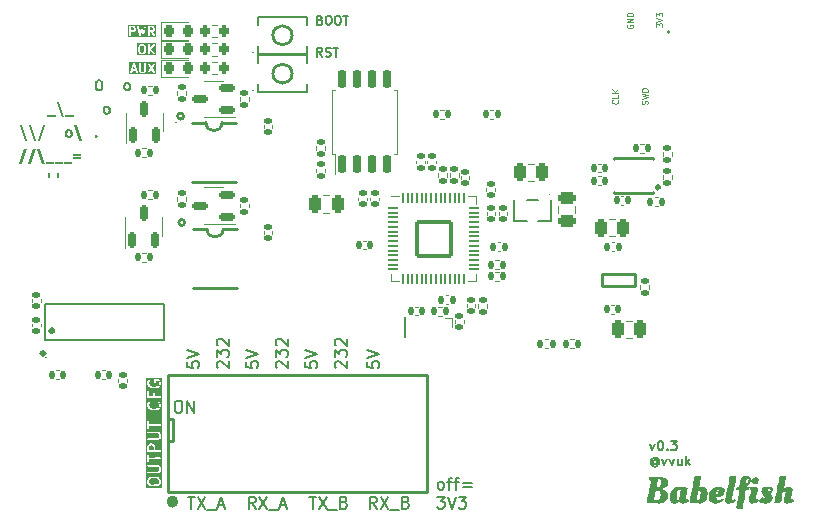
<source format=gbr>
%TF.GenerationSoftware,KiCad,Pcbnew,8.0.1*%
%TF.CreationDate,2024-03-30T20:31:03-07:00*%
%TF.ProjectId,babelfish,62616265-6c66-4697-9368-2e6b69636164,v0.3*%
%TF.SameCoordinates,Original*%
%TF.FileFunction,Legend,Top*%
%TF.FilePolarity,Positive*%
%FSLAX46Y46*%
G04 Gerber Fmt 4.6, Leading zero omitted, Abs format (unit mm)*
G04 Created by KiCad (PCBNEW 8.0.1) date 2024-03-30 20:31:03*
%MOMM*%
%LPD*%
G01*
G04 APERTURE LIST*
G04 Aperture macros list*
%AMRoundRect*
0 Rectangle with rounded corners*
0 $1 Rounding radius*
0 $2 $3 $4 $5 $6 $7 $8 $9 X,Y pos of 4 corners*
0 Add a 4 corners polygon primitive as box body*
4,1,4,$2,$3,$4,$5,$6,$7,$8,$9,$2,$3,0*
0 Add four circle primitives for the rounded corners*
1,1,$1+$1,$2,$3*
1,1,$1+$1,$4,$5*
1,1,$1+$1,$6,$7*
1,1,$1+$1,$8,$9*
0 Add four rect primitives between the rounded corners*
20,1,$1+$1,$2,$3,$4,$5,0*
20,1,$1+$1,$4,$5,$6,$7,0*
20,1,$1+$1,$6,$7,$8,$9,0*
20,1,$1+$1,$8,$9,$2,$3,0*%
G04 Aperture macros list end*
%ADD10C,0.150000*%
%ADD11C,0.125000*%
%ADD12C,0.120000*%
%ADD13C,0.254000*%
%ADD14C,0.059995*%
%ADD15C,0.200000*%
%ADD16C,0.152400*%
%ADD17C,0.000000*%
%ADD18C,0.500000*%
%ADD19C,0.300000*%
%ADD20RoundRect,0.135000X-0.185000X0.135000X-0.185000X-0.135000X0.185000X-0.135000X0.185000X0.135000X0*%
%ADD21RoundRect,0.150000X0.150000X-0.512500X0.150000X0.512500X-0.150000X0.512500X-0.150000X-0.512500X0*%
%ADD22RoundRect,0.250000X-0.250000X-0.475000X0.250000X-0.475000X0.250000X0.475000X-0.250000X0.475000X0*%
%ADD23RoundRect,0.135000X0.185000X-0.135000X0.185000X0.135000X-0.185000X0.135000X-0.185000X-0.135000X0*%
%ADD24RoundRect,0.250000X0.475000X-0.250000X0.475000X0.250000X-0.475000X0.250000X-0.475000X-0.250000X0*%
%ADD25R,1.803404X0.406401*%
%ADD26C,2.700000*%
%ADD27RoundRect,0.140000X-0.170000X0.140000X-0.170000X-0.140000X0.170000X-0.140000X0.170000X0.140000X0*%
%ADD28RoundRect,0.218750X-0.218750X-0.256250X0.218750X-0.256250X0.218750X0.256250X-0.218750X0.256250X0*%
%ADD29RoundRect,0.140000X0.140000X0.170000X-0.140000X0.170000X-0.140000X-0.170000X0.140000X-0.170000X0*%
%ADD30RoundRect,0.140000X0.170000X-0.140000X0.170000X0.140000X-0.170000X0.140000X-0.170000X-0.140000X0*%
%ADD31RoundRect,0.135000X0.135000X0.185000X-0.135000X0.185000X-0.135000X-0.185000X0.135000X-0.185000X0*%
%ADD32C,0.649987*%
%ADD33O,1.000000X2.100000*%
%ADD34O,1.000000X1.800000*%
%ADD35R,0.600000X1.240005*%
%ADD36R,0.300000X1.240005*%
%ADD37C,2.100000*%
%ADD38C,2.500000*%
%ADD39C,1.750000*%
%ADD40RoundRect,0.135000X-0.135000X-0.185000X0.135000X-0.185000X0.135000X0.185000X-0.135000X0.185000X0*%
%ADD41R,0.600000X1.070003*%
%ADD42RoundRect,0.200000X0.200000X0.275000X-0.200000X0.275000X-0.200000X-0.275000X0.200000X-0.275000X0*%
%ADD43RoundRect,0.150000X0.512500X0.150000X-0.512500X0.150000X-0.512500X-0.150000X0.512500X-0.150000X0*%
%ADD44RoundRect,0.140000X-0.140000X-0.170000X0.140000X-0.170000X0.140000X0.170000X-0.140000X0.170000X0*%
%ADD45C,1.600000*%
%ADD46R,0.600000X0.350013*%
%ADD47R,1.600000X2.400051*%
%ADD48RoundRect,0.050000X-0.387500X-0.050000X0.387500X-0.050000X0.387500X0.050000X-0.387500X0.050000X0*%
%ADD49RoundRect,0.050000X-0.050000X-0.387500X0.050000X-0.387500X0.050000X0.387500X-0.050000X0.387500X0*%
%ADD50RoundRect,0.144000X-1.456000X-1.456000X1.456000X-1.456000X1.456000X1.456000X-1.456000X1.456000X0*%
%ADD51C,1.500000*%
%ADD52C,3.100000*%
%ADD53R,0.622301X1.104902*%
%ADD54R,1.400000X1.200000*%
%ADD55O,0.602007X1.970993*%
%ADD56RoundRect,0.250000X0.250000X0.475000X-0.250000X0.475000X-0.250000X-0.475000X0.250000X-0.475000X0*%
%ADD57RoundRect,0.150000X0.150000X-0.650000X0.150000X0.650000X-0.150000X0.650000X-0.150000X-0.650000X0*%
%ADD58R,1.529997X1.359995*%
%ADD59R,1.574803X1.574803*%
%ADD60C,1.574803*%
%ADD61C,5.000000*%
G04 APERTURE END LIST*
D10*
G36*
X6287325Y-22857966D02*
G01*
X6359166Y-22928433D01*
X6394928Y-22997879D01*
X6396018Y-23153048D01*
X6362867Y-23221370D01*
X6290485Y-23295163D01*
X6132313Y-23335856D01*
X5817559Y-23337159D01*
X5652311Y-23297045D01*
X5580471Y-23226578D01*
X5544709Y-23157132D01*
X5543619Y-23001963D01*
X5576770Y-22933640D01*
X5649152Y-22859848D01*
X5807323Y-22819155D01*
X6122077Y-22817852D01*
X6287325Y-22857966D01*
G37*
G36*
X5851986Y-20041701D02*
G01*
X5883313Y-20071945D01*
X5918684Y-20140633D01*
X5919745Y-20431858D01*
X5544550Y-20432391D01*
X5543503Y-20145057D01*
X5576871Y-20076290D01*
X5607115Y-20044963D01*
X5675972Y-20009505D01*
X5783604Y-20008520D01*
X5851986Y-20041701D01*
G37*
G36*
X6655930Y-23596950D02*
G01*
X5283708Y-23596950D01*
X5283708Y-22982268D01*
X5394819Y-22982268D01*
X5396077Y-23161355D01*
X5395408Y-23163363D01*
X5396166Y-23174035D01*
X5396260Y-23187376D01*
X5397291Y-23189865D01*
X5397482Y-23192553D01*
X5402737Y-23206285D01*
X5451429Y-23300841D01*
X5455078Y-23309650D01*
X5457460Y-23312552D01*
X5458188Y-23313966D01*
X5459686Y-23315265D01*
X5464405Y-23321015D01*
X5554728Y-23409612D01*
X5557128Y-23413612D01*
X5563988Y-23418695D01*
X5571008Y-23425581D01*
X5576161Y-23427715D01*
X5580640Y-23431034D01*
X5594486Y-23435981D01*
X5780851Y-23481221D01*
X5788520Y-23484398D01*
X5797634Y-23485295D01*
X5799506Y-23485750D01*
X5800598Y-23485587D01*
X5803152Y-23485839D01*
X6131588Y-23484478D01*
X6140131Y-23485750D01*
X6149223Y-23484405D01*
X6151117Y-23484398D01*
X6152138Y-23483975D01*
X6154675Y-23483600D01*
X6336666Y-23436779D01*
X6341592Y-23436779D01*
X6349667Y-23433434D01*
X6358997Y-23431034D01*
X6363476Y-23427714D01*
X6368628Y-23425581D01*
X6379994Y-23416253D01*
X6473932Y-23320485D01*
X6481450Y-23313966D01*
X6483460Y-23310772D01*
X6484561Y-23309650D01*
X6485319Y-23307817D01*
X6489282Y-23301523D01*
X6530957Y-23215633D01*
X6532179Y-23214412D01*
X6535848Y-23205552D01*
X6542156Y-23192554D01*
X6542347Y-23189864D01*
X6543378Y-23187376D01*
X6544819Y-23172744D01*
X6543560Y-22993655D01*
X6544230Y-22991648D01*
X6543471Y-22980975D01*
X6543378Y-22967636D01*
X6542347Y-22965147D01*
X6542156Y-22962458D01*
X6536901Y-22948727D01*
X6488212Y-22854178D01*
X6484561Y-22845362D01*
X6482176Y-22842456D01*
X6481450Y-22841046D01*
X6479953Y-22839747D01*
X6475233Y-22833997D01*
X6384909Y-22745401D01*
X6382509Y-22741400D01*
X6375645Y-22736314D01*
X6368628Y-22729431D01*
X6363476Y-22727297D01*
X6358997Y-22723978D01*
X6345151Y-22719031D01*
X6158785Y-22673790D01*
X6151117Y-22670614D01*
X6142002Y-22669716D01*
X6140131Y-22669262D01*
X6139038Y-22669424D01*
X6136485Y-22669173D01*
X5808048Y-22670533D01*
X5799506Y-22669262D01*
X5790413Y-22670606D01*
X5788520Y-22670614D01*
X5787498Y-22671036D01*
X5784962Y-22671412D01*
X5602971Y-22718233D01*
X5598045Y-22718233D01*
X5589968Y-22721578D01*
X5580640Y-22723978D01*
X5576161Y-22727296D01*
X5571008Y-22729431D01*
X5559643Y-22738759D01*
X5465711Y-22834521D01*
X5458188Y-22841046D01*
X5456175Y-22844242D01*
X5455078Y-22845362D01*
X5454320Y-22847189D01*
X5450356Y-22853489D01*
X5408681Y-22939377D01*
X5407459Y-22940600D01*
X5403786Y-22949465D01*
X5397482Y-22962459D01*
X5397291Y-22965146D01*
X5396260Y-22967636D01*
X5394819Y-22982268D01*
X5283708Y-22982268D01*
X5283708Y-22330233D01*
X5396260Y-22330233D01*
X5407459Y-22357269D01*
X5428151Y-22377961D01*
X5455187Y-22389160D01*
X5469819Y-22390601D01*
X6267543Y-22389206D01*
X6269961Y-22390012D01*
X6281648Y-22389181D01*
X6293974Y-22389160D01*
X6296463Y-22388128D01*
X6299151Y-22387938D01*
X6312883Y-22382683D01*
X6407435Y-22333992D01*
X6416247Y-22330343D01*
X6419151Y-22327959D01*
X6420564Y-22327232D01*
X6421863Y-22325733D01*
X6427612Y-22321016D01*
X6474953Y-22271980D01*
X6481450Y-22266347D01*
X6483429Y-22263201D01*
X6484560Y-22262031D01*
X6485317Y-22260203D01*
X6489282Y-22253904D01*
X6530957Y-22168014D01*
X6532179Y-22166793D01*
X6535848Y-22157933D01*
X6542156Y-22144935D01*
X6542347Y-22142245D01*
X6543378Y-22139757D01*
X6544819Y-22125125D01*
X6543560Y-21946036D01*
X6544230Y-21944029D01*
X6543471Y-21933356D01*
X6543378Y-21920017D01*
X6542347Y-21917528D01*
X6542156Y-21914839D01*
X6536901Y-21901108D01*
X6488209Y-21806553D01*
X6484560Y-21797743D01*
X6482177Y-21794840D01*
X6481450Y-21793427D01*
X6479950Y-21792126D01*
X6475232Y-21786377D01*
X6426195Y-21739035D01*
X6420564Y-21732542D01*
X6417418Y-21730562D01*
X6416247Y-21729431D01*
X6414417Y-21728673D01*
X6408121Y-21724710D01*
X6322232Y-21683035D01*
X6321010Y-21681813D01*
X6312144Y-21678140D01*
X6299151Y-21671836D01*
X6296463Y-21671645D01*
X6293974Y-21670614D01*
X6279342Y-21669173D01*
X5455187Y-21670614D01*
X5428151Y-21681813D01*
X5407459Y-21702505D01*
X5396260Y-21729541D01*
X5396260Y-21758805D01*
X5407459Y-21785841D01*
X5428151Y-21806533D01*
X5455187Y-21817732D01*
X5469819Y-21819173D01*
X6259274Y-21817792D01*
X6328176Y-21851225D01*
X6359504Y-21881470D01*
X6394928Y-21950260D01*
X6396018Y-22105429D01*
X6362767Y-22173958D01*
X6332521Y-22205285D01*
X6263890Y-22240628D01*
X5455187Y-22242042D01*
X5428151Y-22253241D01*
X5407459Y-22273933D01*
X5396260Y-22300969D01*
X5396260Y-22330233D01*
X5283708Y-22330233D01*
X5283708Y-20839411D01*
X5394819Y-20839411D01*
X5396260Y-21425471D01*
X5407459Y-21452507D01*
X5428151Y-21473199D01*
X5455187Y-21484398D01*
X5484451Y-21484398D01*
X5511487Y-21473199D01*
X5532179Y-21452507D01*
X5543378Y-21425471D01*
X5544819Y-21410839D01*
X5544300Y-21200019D01*
X6484451Y-21198684D01*
X6511487Y-21187485D01*
X6532179Y-21166793D01*
X6543378Y-21139757D01*
X6543378Y-21110493D01*
X6532179Y-21083457D01*
X6511487Y-21062765D01*
X6484451Y-21051566D01*
X6469819Y-21050125D01*
X5543935Y-21051439D01*
X5543378Y-20824779D01*
X5532179Y-20797743D01*
X5511487Y-20777051D01*
X5484451Y-20765852D01*
X5455187Y-20765852D01*
X5428151Y-20777051D01*
X5407459Y-20797743D01*
X5396260Y-20824779D01*
X5394819Y-20839411D01*
X5283708Y-20839411D01*
X5283708Y-20125125D01*
X5394819Y-20125125D01*
X5396260Y-20520709D01*
X5407459Y-20547745D01*
X5428151Y-20568437D01*
X5455187Y-20579636D01*
X5469819Y-20581077D01*
X6484451Y-20579636D01*
X6511487Y-20568437D01*
X6532179Y-20547745D01*
X6543378Y-20520709D01*
X6543378Y-20491445D01*
X6532179Y-20464409D01*
X6511487Y-20443717D01*
X6484451Y-20432518D01*
X6469819Y-20431077D01*
X6068356Y-20431647D01*
X6067282Y-20136773D01*
X6068039Y-20134505D01*
X6067233Y-20123163D01*
X6067187Y-20110493D01*
X6066156Y-20108004D01*
X6065965Y-20105315D01*
X6060710Y-20091584D01*
X6012018Y-19997029D01*
X6008369Y-19988219D01*
X6005986Y-19985316D01*
X6005259Y-19983903D01*
X6003760Y-19982603D01*
X5999042Y-19976854D01*
X5950006Y-19929512D01*
X5944374Y-19923018D01*
X5941228Y-19921038D01*
X5940058Y-19919908D01*
X5938230Y-19919150D01*
X5931931Y-19915186D01*
X5846042Y-19873511D01*
X5844820Y-19872289D01*
X5835954Y-19868616D01*
X5822961Y-19862312D01*
X5820273Y-19862121D01*
X5817784Y-19861090D01*
X5803152Y-19859649D01*
X5671521Y-19860853D01*
X5669675Y-19860238D01*
X5659460Y-19860963D01*
X5645663Y-19861090D01*
X5643174Y-19862120D01*
X5640485Y-19862312D01*
X5626754Y-19867567D01*
X5532199Y-19916258D01*
X5523389Y-19919908D01*
X5520486Y-19922290D01*
X5519073Y-19923018D01*
X5517773Y-19924516D01*
X5512024Y-19929235D01*
X5464682Y-19978270D01*
X5458188Y-19983903D01*
X5456208Y-19987048D01*
X5455078Y-19988219D01*
X5454320Y-19990046D01*
X5450356Y-19996346D01*
X5408681Y-20082234D01*
X5407459Y-20083457D01*
X5403786Y-20092322D01*
X5397482Y-20105316D01*
X5397291Y-20108003D01*
X5396260Y-20110493D01*
X5394819Y-20125125D01*
X5283708Y-20125125D01*
X5283708Y-19520709D01*
X5396260Y-19520709D01*
X5407459Y-19547745D01*
X5428151Y-19568437D01*
X5455187Y-19579636D01*
X5469819Y-19581077D01*
X6267543Y-19579682D01*
X6269961Y-19580488D01*
X6281648Y-19579657D01*
X6293974Y-19579636D01*
X6296463Y-19578604D01*
X6299151Y-19578414D01*
X6312883Y-19573159D01*
X6407435Y-19524468D01*
X6416247Y-19520819D01*
X6419151Y-19518435D01*
X6420564Y-19517708D01*
X6421863Y-19516209D01*
X6427612Y-19511492D01*
X6474953Y-19462456D01*
X6481450Y-19456823D01*
X6483429Y-19453677D01*
X6484560Y-19452507D01*
X6485317Y-19450679D01*
X6489282Y-19444380D01*
X6530957Y-19358490D01*
X6532179Y-19357269D01*
X6535848Y-19348409D01*
X6542156Y-19335411D01*
X6542347Y-19332721D01*
X6543378Y-19330233D01*
X6544819Y-19315601D01*
X6543560Y-19136512D01*
X6544230Y-19134505D01*
X6543471Y-19123832D01*
X6543378Y-19110493D01*
X6542347Y-19108004D01*
X6542156Y-19105315D01*
X6536901Y-19091584D01*
X6488209Y-18997029D01*
X6484560Y-18988219D01*
X6482177Y-18985316D01*
X6481450Y-18983903D01*
X6479950Y-18982602D01*
X6475232Y-18976853D01*
X6426195Y-18929511D01*
X6420564Y-18923018D01*
X6417418Y-18921038D01*
X6416247Y-18919907D01*
X6414417Y-18919149D01*
X6408121Y-18915186D01*
X6322232Y-18873511D01*
X6321010Y-18872289D01*
X6312144Y-18868616D01*
X6299151Y-18862312D01*
X6296463Y-18862121D01*
X6293974Y-18861090D01*
X6279342Y-18859649D01*
X5455187Y-18861090D01*
X5428151Y-18872289D01*
X5407459Y-18892981D01*
X5396260Y-18920017D01*
X5396260Y-18949281D01*
X5407459Y-18976317D01*
X5428151Y-18997009D01*
X5455187Y-19008208D01*
X5469819Y-19009649D01*
X6259274Y-19008268D01*
X6328176Y-19041701D01*
X6359504Y-19071946D01*
X6394928Y-19140736D01*
X6396018Y-19295905D01*
X6362767Y-19364434D01*
X6332521Y-19395761D01*
X6263890Y-19431104D01*
X5455187Y-19432518D01*
X5428151Y-19443717D01*
X5407459Y-19464409D01*
X5396260Y-19491445D01*
X5396260Y-19520709D01*
X5283708Y-19520709D01*
X5283708Y-18029887D01*
X5394819Y-18029887D01*
X5396260Y-18615947D01*
X5407459Y-18642983D01*
X5428151Y-18663675D01*
X5455187Y-18674874D01*
X5484451Y-18674874D01*
X5511487Y-18663675D01*
X5532179Y-18642983D01*
X5543378Y-18615947D01*
X5544819Y-18601315D01*
X5544300Y-18390495D01*
X6484451Y-18389160D01*
X6511487Y-18377961D01*
X6532179Y-18357269D01*
X6543378Y-18330233D01*
X6543378Y-18300969D01*
X6532179Y-18273933D01*
X6511487Y-18253241D01*
X6484451Y-18242042D01*
X6469819Y-18240601D01*
X5543935Y-18241915D01*
X5543378Y-18015255D01*
X5532179Y-17988219D01*
X5511487Y-17967527D01*
X5484451Y-17956328D01*
X5455187Y-17956328D01*
X5428151Y-17967527D01*
X5407459Y-17988219D01*
X5396260Y-18015255D01*
X5394819Y-18029887D01*
X5283708Y-18029887D01*
X5283708Y-16553696D01*
X5394819Y-16553696D01*
X5396069Y-16649013D01*
X5395408Y-16658314D01*
X5396239Y-16661968D01*
X5396260Y-16663566D01*
X5397018Y-16665397D01*
X5398668Y-16672651D01*
X5443879Y-16804441D01*
X5443879Y-16806422D01*
X5447834Y-16815971D01*
X5452281Y-16828933D01*
X5454046Y-16830968D01*
X5455078Y-16833459D01*
X5464405Y-16844824D01*
X5560172Y-16938761D01*
X5566692Y-16946279D01*
X5569885Y-16948289D01*
X5571008Y-16949390D01*
X5572840Y-16950148D01*
X5579135Y-16954111D01*
X5670367Y-16998379D01*
X5675878Y-17002462D01*
X5686893Y-17006397D01*
X5688104Y-17006985D01*
X5688644Y-17007023D01*
X5689724Y-17007409D01*
X5876089Y-17052649D01*
X5883758Y-17055826D01*
X5892872Y-17056723D01*
X5894744Y-17057178D01*
X5895836Y-17057015D01*
X5898390Y-17057267D01*
X6036969Y-17055999D01*
X6044893Y-17057178D01*
X6053917Y-17055843D01*
X6055879Y-17055826D01*
X6056900Y-17055403D01*
X6059437Y-17055028D01*
X6244135Y-17007510D01*
X6251532Y-17006985D01*
X6262514Y-17002782D01*
X6263759Y-17002462D01*
X6264194Y-17002139D01*
X6265264Y-17001730D01*
X6359816Y-16953039D01*
X6368628Y-16949390D01*
X6371532Y-16947006D01*
X6372945Y-16946279D01*
X6374244Y-16944780D01*
X6379994Y-16940062D01*
X6466479Y-16851892D01*
X6468183Y-16851041D01*
X6474813Y-16843396D01*
X6484561Y-16833459D01*
X6485592Y-16830968D01*
X6487357Y-16828934D01*
X6493351Y-16815508D01*
X6539500Y-16672926D01*
X6543378Y-16663566D01*
X6543748Y-16659802D01*
X6544230Y-16658315D01*
X6544089Y-16656340D01*
X6544819Y-16648934D01*
X6543568Y-16553615D01*
X6544230Y-16544315D01*
X6543398Y-16540660D01*
X6543378Y-16539064D01*
X6542619Y-16537233D01*
X6540970Y-16529978D01*
X6495759Y-16398187D01*
X6495759Y-16396207D01*
X6491804Y-16386659D01*
X6487357Y-16373696D01*
X6485590Y-16371659D01*
X6484560Y-16369171D01*
X6475232Y-16357805D01*
X6416247Y-16300859D01*
X6389211Y-16289661D01*
X6359948Y-16289661D01*
X6332912Y-16300860D01*
X6312219Y-16321553D01*
X6301021Y-16348589D01*
X6301021Y-16377852D01*
X6312220Y-16404888D01*
X6321548Y-16416254D01*
X6356270Y-16449775D01*
X6394934Y-16562481D01*
X6395870Y-16633860D01*
X6358348Y-16749787D01*
X6285558Y-16823995D01*
X6210421Y-16862687D01*
X6036991Y-16907305D01*
X5912219Y-16908447D01*
X5739096Y-16866421D01*
X5659286Y-16827696D01*
X5583562Y-16753419D01*
X5544703Y-16640147D01*
X5543767Y-16568769D01*
X5581376Y-16452576D01*
X5627417Y-16404888D01*
X5638616Y-16377852D01*
X5638616Y-16348589D01*
X5627417Y-16321553D01*
X5606724Y-16300860D01*
X5579688Y-16289661D01*
X5550425Y-16289661D01*
X5523389Y-16300860D01*
X5512024Y-16310187D01*
X5472608Y-16351013D01*
X5471455Y-16351590D01*
X5466181Y-16357669D01*
X5455078Y-16369171D01*
X5454046Y-16371661D01*
X5452281Y-16373697D01*
X5446287Y-16387122D01*
X5400138Y-16529700D01*
X5396260Y-16539064D01*
X5395889Y-16542829D01*
X5395408Y-16544316D01*
X5395548Y-16546290D01*
X5394819Y-16553696D01*
X5283708Y-16553696D01*
X5283708Y-15458458D01*
X5394819Y-15458458D01*
X5396260Y-15949280D01*
X5407459Y-15976316D01*
X5428151Y-15997008D01*
X5455187Y-16008207D01*
X5469819Y-16009648D01*
X6484451Y-16008207D01*
X6511487Y-15997008D01*
X6532179Y-15976316D01*
X6543378Y-15949280D01*
X6543378Y-15920016D01*
X6532179Y-15892980D01*
X6511487Y-15872288D01*
X6484451Y-15861089D01*
X6469819Y-15859648D01*
X6020701Y-15860285D01*
X6019568Y-15586683D01*
X6008369Y-15559647D01*
X5987677Y-15538955D01*
X5960641Y-15527756D01*
X5931377Y-15527756D01*
X5904341Y-15538955D01*
X5883649Y-15559647D01*
X5872450Y-15586683D01*
X5871009Y-15601315D01*
X5872082Y-15860496D01*
X5544602Y-15860962D01*
X5543378Y-15443826D01*
X5532179Y-15416790D01*
X5511487Y-15396098D01*
X5484451Y-15384899D01*
X5455187Y-15384899D01*
X5428151Y-15396098D01*
X5407459Y-15416790D01*
X5396260Y-15443826D01*
X5394819Y-15458458D01*
X5283708Y-15458458D01*
X5283708Y-14648934D01*
X5394819Y-14648934D01*
X5396120Y-14791151D01*
X5395408Y-14801171D01*
X5396245Y-14804854D01*
X5396260Y-14806423D01*
X5397018Y-14808254D01*
X5398668Y-14815508D01*
X5443879Y-14947298D01*
X5443879Y-14949279D01*
X5447834Y-14958828D01*
X5452281Y-14971790D01*
X5454046Y-14973825D01*
X5455078Y-14976316D01*
X5464405Y-14987681D01*
X5560172Y-15081618D01*
X5566692Y-15089136D01*
X5569885Y-15091146D01*
X5571008Y-15092247D01*
X5572840Y-15093005D01*
X5579135Y-15096968D01*
X5670367Y-15141236D01*
X5675878Y-15145319D01*
X5686893Y-15149254D01*
X5688104Y-15149842D01*
X5688644Y-15149880D01*
X5689724Y-15150266D01*
X5876089Y-15195506D01*
X5883758Y-15198683D01*
X5892872Y-15199580D01*
X5894744Y-15200035D01*
X5895836Y-15199872D01*
X5898390Y-15200124D01*
X6036969Y-15198856D01*
X6044893Y-15200035D01*
X6053917Y-15198700D01*
X6055879Y-15198683D01*
X6056900Y-15198260D01*
X6059437Y-15197885D01*
X6244135Y-15150367D01*
X6251532Y-15149842D01*
X6262514Y-15145639D01*
X6263759Y-15145319D01*
X6264194Y-15144996D01*
X6265264Y-15144587D01*
X6359816Y-15095896D01*
X6368628Y-15092247D01*
X6371532Y-15089863D01*
X6372945Y-15089136D01*
X6374244Y-15087637D01*
X6379994Y-15082919D01*
X6466479Y-14994749D01*
X6468183Y-14993898D01*
X6474813Y-14986253D01*
X6484561Y-14976316D01*
X6485592Y-14973825D01*
X6487357Y-14971791D01*
X6493351Y-14958365D01*
X6539500Y-14815783D01*
X6543378Y-14806423D01*
X6543748Y-14802659D01*
X6544230Y-14801172D01*
X6544089Y-14799197D01*
X6544819Y-14791791D01*
X6543568Y-14696472D01*
X6544230Y-14687172D01*
X6543398Y-14683517D01*
X6543378Y-14681921D01*
X6542619Y-14680090D01*
X6540970Y-14672835D01*
X6495759Y-14541044D01*
X6495759Y-14539064D01*
X6491804Y-14529516D01*
X6487357Y-14516553D01*
X6485590Y-14514516D01*
X6484560Y-14512028D01*
X6475232Y-14500662D01*
X6416247Y-14443716D01*
X6400410Y-14437156D01*
X6389212Y-14432518D01*
X6374580Y-14431077D01*
X6026615Y-14432518D01*
X5999579Y-14443717D01*
X5978887Y-14464409D01*
X5967688Y-14491445D01*
X5966247Y-14506077D01*
X5967688Y-14711185D01*
X5978887Y-14738221D01*
X5999579Y-14758913D01*
X6026615Y-14770112D01*
X6055879Y-14770112D01*
X6082915Y-14758913D01*
X6103607Y-14738221D01*
X6114806Y-14711185D01*
X6116247Y-14696553D01*
X6115433Y-14580769D01*
X6343006Y-14579827D01*
X6356270Y-14592632D01*
X6394934Y-14705338D01*
X6395870Y-14776717D01*
X6358348Y-14892644D01*
X6285558Y-14966852D01*
X6210421Y-15005544D01*
X6036991Y-15050162D01*
X5912219Y-15051304D01*
X5739096Y-15009278D01*
X5659286Y-14970553D01*
X5583562Y-14896276D01*
X5544739Y-14783108D01*
X5543690Y-14668481D01*
X5589775Y-14573506D01*
X5591849Y-14544316D01*
X5582595Y-14516554D01*
X5563422Y-14494447D01*
X5537247Y-14481359D01*
X5508057Y-14479285D01*
X5480296Y-14488539D01*
X5458188Y-14507712D01*
X5450356Y-14520155D01*
X5408681Y-14606043D01*
X5407459Y-14607266D01*
X5403786Y-14616131D01*
X5397482Y-14629125D01*
X5397291Y-14631812D01*
X5396260Y-14634302D01*
X5394819Y-14648934D01*
X5283708Y-14648934D01*
X5283708Y-14319966D01*
X6655930Y-14319966D01*
X6655930Y-23596950D01*
G37*
G36*
X5840978Y15354160D02*
G01*
X5860309Y15335666D01*
X5883647Y15290716D01*
X5884498Y15218831D01*
X5863031Y15174210D01*
X5844535Y15154876D01*
X5799806Y15131654D01*
X5709612Y15131221D01*
X5706833Y15131711D01*
X5704508Y15131196D01*
X5604074Y15130715D01*
X5603614Y15374940D01*
X5795866Y15375863D01*
X5840978Y15354160D01*
G37*
G36*
X4233835Y15354160D02*
G01*
X4253166Y15335666D01*
X4276504Y15290716D01*
X4277355Y15218831D01*
X4255888Y15174210D01*
X4237392Y15154876D01*
X4192663Y15131654D01*
X3996931Y15130715D01*
X3996471Y15374940D01*
X4188723Y15375863D01*
X4233835Y15354160D01*
G37*
G36*
X6116791Y14541270D02*
G01*
X3764411Y14541270D01*
X3764411Y15449586D01*
X3847744Y15449586D01*
X3849185Y14684954D01*
X3860384Y14657918D01*
X3881076Y14637226D01*
X3908112Y14626027D01*
X3937376Y14626027D01*
X3964412Y14637226D01*
X3985104Y14657918D01*
X3996303Y14684954D01*
X3997744Y14699586D01*
X3997211Y14982087D01*
X4196898Y14983045D01*
X4199077Y14982318D01*
X4210197Y14983109D01*
X4223090Y14983170D01*
X4225579Y14984202D01*
X4228267Y14984392D01*
X4241999Y14989647D01*
X4313272Y15026652D01*
X4321556Y15030083D01*
X4324439Y15032450D01*
X4325871Y15033193D01*
X4327169Y15034691D01*
X4332921Y15039411D01*
X4368867Y15076986D01*
X4374851Y15082174D01*
X4376810Y15085288D01*
X4377962Y15086491D01*
X4378719Y15088321D01*
X4382683Y15094617D01*
X4412636Y15156880D01*
X4413675Y15157918D01*
X4417014Y15165980D01*
X4423652Y15179777D01*
X4423842Y15182465D01*
X4424874Y15184954D01*
X4426315Y15199586D01*
X4425177Y15295703D01*
X4425726Y15297348D01*
X4425044Y15306938D01*
X4424874Y15321361D01*
X4423842Y15323851D01*
X4423652Y15326538D01*
X4418397Y15340269D01*
X4381391Y15411546D01*
X4377961Y15419826D01*
X4375595Y15422709D01*
X4374851Y15424142D01*
X4373352Y15425442D01*
X4368634Y15431191D01*
X4352338Y15446782D01*
X4526367Y15446782D01*
X4528355Y15432214D01*
X4707504Y14685870D01*
X4708896Y14675393D01*
X4710813Y14672081D01*
X4711718Y14668314D01*
X4718100Y14659494D01*
X4723558Y14650068D01*
X4726615Y14647728D01*
X4728874Y14644607D01*
X4738152Y14638898D01*
X4746796Y14632281D01*
X4750514Y14631290D01*
X4753796Y14629270D01*
X4764556Y14627546D01*
X4775072Y14624741D01*
X4778886Y14625248D01*
X4782691Y14624638D01*
X4793289Y14627162D01*
X4804080Y14628595D01*
X4807411Y14630524D01*
X4811159Y14631416D01*
X4819983Y14637803D01*
X4829405Y14643257D01*
X4831745Y14646315D01*
X4834866Y14648573D01*
X4840573Y14657849D01*
X4847192Y14666495D01*
X4849217Y14671895D01*
X4850202Y14673495D01*
X4850489Y14675287D01*
X4852355Y14680261D01*
X4922747Y14946946D01*
X4993632Y14683806D01*
X4995286Y14673495D01*
X4997285Y14670246D01*
X4998296Y14666495D01*
X5004912Y14657851D01*
X5010622Y14648573D01*
X5013744Y14646314D01*
X5016083Y14643258D01*
X5025497Y14637808D01*
X5034329Y14631416D01*
X5038079Y14630524D01*
X5041408Y14628596D01*
X5052192Y14627163D01*
X5062797Y14624638D01*
X5066601Y14625248D01*
X5070416Y14624741D01*
X5080937Y14627547D01*
X5091692Y14629271D01*
X5094971Y14631289D01*
X5098692Y14632281D01*
X5107338Y14638900D01*
X5116614Y14644607D01*
X5118872Y14647728D01*
X5121930Y14650068D01*
X5127384Y14659490D01*
X5133771Y14668314D01*
X5135649Y14673765D01*
X5136592Y14675393D01*
X5136831Y14677195D01*
X5138561Y14682214D01*
X5319121Y15446783D01*
X5318672Y15449586D01*
X5454887Y15449586D01*
X5456328Y14684954D01*
X5467527Y14657918D01*
X5488219Y14637226D01*
X5515255Y14626027D01*
X5544519Y14626027D01*
X5571555Y14637226D01*
X5592247Y14657918D01*
X5603446Y14684954D01*
X5604887Y14699586D01*
X5604354Y14982087D01*
X5669091Y14982397D01*
X5906587Y14645415D01*
X5931266Y14629689D01*
X5960084Y14624603D01*
X5988655Y14630933D01*
X6012629Y14647715D01*
X6028355Y14672393D01*
X6033441Y14701211D01*
X6027111Y14729782D01*
X6019901Y14742595D01*
X5846497Y14988636D01*
X5849142Y14989647D01*
X5920415Y15026652D01*
X5928699Y15030083D01*
X5931582Y15032450D01*
X5933014Y15033193D01*
X5934312Y15034691D01*
X5940064Y15039411D01*
X5976010Y15076986D01*
X5981994Y15082174D01*
X5983953Y15085288D01*
X5985105Y15086491D01*
X5985862Y15088321D01*
X5989826Y15094617D01*
X6019779Y15156880D01*
X6020818Y15157918D01*
X6024157Y15165980D01*
X6030795Y15179777D01*
X6030985Y15182465D01*
X6032017Y15184954D01*
X6033458Y15199586D01*
X6032320Y15295703D01*
X6032869Y15297348D01*
X6032187Y15306938D01*
X6032017Y15321361D01*
X6030985Y15323851D01*
X6030795Y15326538D01*
X6025540Y15340269D01*
X5988534Y15411546D01*
X5985104Y15419826D01*
X5982738Y15422709D01*
X5981994Y15424142D01*
X5980495Y15425442D01*
X5975777Y15431191D01*
X5938204Y15467138D01*
X5933014Y15473122D01*
X5929899Y15475083D01*
X5928698Y15476232D01*
X5926870Y15476990D01*
X5920571Y15480954D01*
X5858307Y15510908D01*
X5857269Y15511946D01*
X5849208Y15515285D01*
X5835410Y15521923D01*
X5832722Y15522114D01*
X5830233Y15523145D01*
X5815601Y15524586D01*
X5515255Y15523145D01*
X5488219Y15511946D01*
X5467527Y15491254D01*
X5456328Y15464218D01*
X5454887Y15449586D01*
X5318672Y15449586D01*
X5314488Y15475677D01*
X5299152Y15500599D01*
X5275445Y15517756D01*
X5246977Y15524534D01*
X5218082Y15519902D01*
X5193160Y15504565D01*
X5176004Y15480858D01*
X5171213Y15466958D01*
X5061595Y15002793D01*
X4994989Y15250052D01*
X4993735Y15259493D01*
X4991324Y15263657D01*
X4990049Y15268391D01*
X4984033Y15276251D01*
X4979073Y15284818D01*
X4975215Y15287772D01*
X4972262Y15291629D01*
X4963694Y15296590D01*
X4955835Y15302605D01*
X4951142Y15303857D01*
X4946937Y15306291D01*
X4937121Y15307596D01*
X4927559Y15310145D01*
X4922744Y15309506D01*
X4917929Y15310145D01*
X4908361Y15307594D01*
X4898551Y15306290D01*
X4894348Y15303858D01*
X4889653Y15302605D01*
X4881788Y15296586D01*
X4873226Y15291628D01*
X4870274Y15287773D01*
X4866415Y15284818D01*
X4861453Y15276249D01*
X4855439Y15268391D01*
X4852743Y15261205D01*
X4851753Y15259493D01*
X4851561Y15258052D01*
X4850276Y15254624D01*
X4784030Y15003653D01*
X4669485Y15480858D01*
X4652328Y15504565D01*
X4627406Y15519901D01*
X4598511Y15524534D01*
X4570043Y15517756D01*
X4546336Y15500599D01*
X4531000Y15475677D01*
X4526367Y15446782D01*
X4352338Y15446782D01*
X4331061Y15467138D01*
X4325871Y15473122D01*
X4322756Y15475083D01*
X4321555Y15476232D01*
X4319727Y15476990D01*
X4313428Y15480954D01*
X4251164Y15510908D01*
X4250126Y15511946D01*
X4242065Y15515285D01*
X4228267Y15521923D01*
X4225579Y15522114D01*
X4223090Y15523145D01*
X4208458Y15524586D01*
X3908112Y15523145D01*
X3881076Y15511946D01*
X3860384Y15491254D01*
X3849185Y15464218D01*
X3847744Y15449586D01*
X3764411Y15449586D01*
X3764411Y15607919D01*
X6116791Y15607919D01*
X6116791Y14541270D01*
G37*
D11*
X48502309Y15398242D02*
X48502309Y15707766D01*
X48502309Y15707766D02*
X48692785Y15541099D01*
X48692785Y15541099D02*
X48692785Y15612528D01*
X48692785Y15612528D02*
X48716595Y15660147D01*
X48716595Y15660147D02*
X48740404Y15683956D01*
X48740404Y15683956D02*
X48788023Y15707766D01*
X48788023Y15707766D02*
X48907071Y15707766D01*
X48907071Y15707766D02*
X48954690Y15683956D01*
X48954690Y15683956D02*
X48978500Y15660147D01*
X48978500Y15660147D02*
X49002309Y15612528D01*
X49002309Y15612528D02*
X49002309Y15469671D01*
X49002309Y15469671D02*
X48978500Y15422052D01*
X48978500Y15422052D02*
X48954690Y15398242D01*
X48502309Y15850623D02*
X49002309Y16017289D01*
X49002309Y16017289D02*
X48502309Y16183956D01*
X48502309Y16303003D02*
X48502309Y16612527D01*
X48502309Y16612527D02*
X48692785Y16445860D01*
X48692785Y16445860D02*
X48692785Y16517289D01*
X48692785Y16517289D02*
X48716595Y16564908D01*
X48716595Y16564908D02*
X48740404Y16588717D01*
X48740404Y16588717D02*
X48788023Y16612527D01*
X48788023Y16612527D02*
X48907071Y16612527D01*
X48907071Y16612527D02*
X48954690Y16588717D01*
X48954690Y16588717D02*
X48978500Y16564908D01*
X48978500Y16564908D02*
X49002309Y16517289D01*
X49002309Y16517289D02*
X49002309Y16374432D01*
X49002309Y16374432D02*
X48978500Y16326813D01*
X48978500Y16326813D02*
X48954690Y16303003D01*
D10*
X13769819Y-12937030D02*
X13769819Y-13413220D01*
X13769819Y-13413220D02*
X14246009Y-13460839D01*
X14246009Y-13460839D02*
X14198390Y-13413220D01*
X14198390Y-13413220D02*
X14150771Y-13317982D01*
X14150771Y-13317982D02*
X14150771Y-13079887D01*
X14150771Y-13079887D02*
X14198390Y-12984649D01*
X14198390Y-12984649D02*
X14246009Y-12937030D01*
X14246009Y-12937030D02*
X14341247Y-12889411D01*
X14341247Y-12889411D02*
X14579342Y-12889411D01*
X14579342Y-12889411D02*
X14674580Y-12937030D01*
X14674580Y-12937030D02*
X14722200Y-12984649D01*
X14722200Y-12984649D02*
X14769819Y-13079887D01*
X14769819Y-13079887D02*
X14769819Y-13317982D01*
X14769819Y-13317982D02*
X14722200Y-13413220D01*
X14722200Y-13413220D02*
X14674580Y-13460839D01*
X13769819Y-12603696D02*
X14769819Y-12270363D01*
X14769819Y-12270363D02*
X13769819Y-11937030D01*
X24019819Y-12937030D02*
X24019819Y-13413220D01*
X24019819Y-13413220D02*
X24496009Y-13460839D01*
X24496009Y-13460839D02*
X24448390Y-13413220D01*
X24448390Y-13413220D02*
X24400771Y-13317982D01*
X24400771Y-13317982D02*
X24400771Y-13079887D01*
X24400771Y-13079887D02*
X24448390Y-12984649D01*
X24448390Y-12984649D02*
X24496009Y-12937030D01*
X24496009Y-12937030D02*
X24591247Y-12889411D01*
X24591247Y-12889411D02*
X24829342Y-12889411D01*
X24829342Y-12889411D02*
X24924580Y-12937030D01*
X24924580Y-12937030D02*
X24972200Y-12984649D01*
X24972200Y-12984649D02*
X25019819Y-13079887D01*
X25019819Y-13079887D02*
X25019819Y-13317982D01*
X25019819Y-13317982D02*
X24972200Y-13413220D01*
X24972200Y-13413220D02*
X24924580Y-13460839D01*
X24019819Y-12603696D02*
X25019819Y-12270363D01*
X25019819Y-12270363D02*
X24019819Y-11937030D01*
X11365057Y-13460839D02*
X11317438Y-13413220D01*
X11317438Y-13413220D02*
X11269819Y-13317982D01*
X11269819Y-13317982D02*
X11269819Y-13079887D01*
X11269819Y-13079887D02*
X11317438Y-12984649D01*
X11317438Y-12984649D02*
X11365057Y-12937030D01*
X11365057Y-12937030D02*
X11460295Y-12889411D01*
X11460295Y-12889411D02*
X11555533Y-12889411D01*
X11555533Y-12889411D02*
X11698390Y-12937030D01*
X11698390Y-12937030D02*
X12269819Y-13508458D01*
X12269819Y-13508458D02*
X12269819Y-12889411D01*
X11269819Y-12556077D02*
X11269819Y-11937030D01*
X11269819Y-11937030D02*
X11650771Y-12270363D01*
X11650771Y-12270363D02*
X11650771Y-12127506D01*
X11650771Y-12127506D02*
X11698390Y-12032268D01*
X11698390Y-12032268D02*
X11746009Y-11984649D01*
X11746009Y-11984649D02*
X11841247Y-11937030D01*
X11841247Y-11937030D02*
X12079342Y-11937030D01*
X12079342Y-11937030D02*
X12174580Y-11984649D01*
X12174580Y-11984649D02*
X12222200Y-12032268D01*
X12222200Y-12032268D02*
X12269819Y-12127506D01*
X12269819Y-12127506D02*
X12269819Y-12413220D01*
X12269819Y-12413220D02*
X12222200Y-12508458D01*
X12222200Y-12508458D02*
X12174580Y-12556077D01*
X11365057Y-11556077D02*
X11317438Y-11508458D01*
X11317438Y-11508458D02*
X11269819Y-11413220D01*
X11269819Y-11413220D02*
X11269819Y-11175125D01*
X11269819Y-11175125D02*
X11317438Y-11079887D01*
X11317438Y-11079887D02*
X11365057Y-11032268D01*
X11365057Y-11032268D02*
X11460295Y-10984649D01*
X11460295Y-10984649D02*
X11555533Y-10984649D01*
X11555533Y-10984649D02*
X11698390Y-11032268D01*
X11698390Y-11032268D02*
X12269819Y-11603696D01*
X12269819Y-11603696D02*
X12269819Y-10984649D01*
X20027255Y15992443D02*
X20134398Y15956729D01*
X20134398Y15956729D02*
X20170112Y15921015D01*
X20170112Y15921015D02*
X20205826Y15849586D01*
X20205826Y15849586D02*
X20205826Y15742443D01*
X20205826Y15742443D02*
X20170112Y15671015D01*
X20170112Y15671015D02*
X20134398Y15635300D01*
X20134398Y15635300D02*
X20062969Y15599586D01*
X20062969Y15599586D02*
X19777255Y15599586D01*
X19777255Y15599586D02*
X19777255Y16349586D01*
X19777255Y16349586D02*
X20027255Y16349586D01*
X20027255Y16349586D02*
X20098684Y16313872D01*
X20098684Y16313872D02*
X20134398Y16278158D01*
X20134398Y16278158D02*
X20170112Y16206729D01*
X20170112Y16206729D02*
X20170112Y16135300D01*
X20170112Y16135300D02*
X20134398Y16063872D01*
X20134398Y16063872D02*
X20098684Y16028158D01*
X20098684Y16028158D02*
X20027255Y15992443D01*
X20027255Y15992443D02*
X19777255Y15992443D01*
X20670112Y16349586D02*
X20812969Y16349586D01*
X20812969Y16349586D02*
X20884398Y16313872D01*
X20884398Y16313872D02*
X20955826Y16242443D01*
X20955826Y16242443D02*
X20991541Y16099586D01*
X20991541Y16099586D02*
X20991541Y15849586D01*
X20991541Y15849586D02*
X20955826Y15706729D01*
X20955826Y15706729D02*
X20884398Y15635300D01*
X20884398Y15635300D02*
X20812969Y15599586D01*
X20812969Y15599586D02*
X20670112Y15599586D01*
X20670112Y15599586D02*
X20598684Y15635300D01*
X20598684Y15635300D02*
X20527255Y15706729D01*
X20527255Y15706729D02*
X20491541Y15849586D01*
X20491541Y15849586D02*
X20491541Y16099586D01*
X20491541Y16099586D02*
X20527255Y16242443D01*
X20527255Y16242443D02*
X20598684Y16313872D01*
X20598684Y16313872D02*
X20670112Y16349586D01*
X21455826Y16349586D02*
X21598683Y16349586D01*
X21598683Y16349586D02*
X21670112Y16313872D01*
X21670112Y16313872D02*
X21741540Y16242443D01*
X21741540Y16242443D02*
X21777255Y16099586D01*
X21777255Y16099586D02*
X21777255Y15849586D01*
X21777255Y15849586D02*
X21741540Y15706729D01*
X21741540Y15706729D02*
X21670112Y15635300D01*
X21670112Y15635300D02*
X21598683Y15599586D01*
X21598683Y15599586D02*
X21455826Y15599586D01*
X21455826Y15599586D02*
X21384398Y15635300D01*
X21384398Y15635300D02*
X21312969Y15706729D01*
X21312969Y15706729D02*
X21277255Y15849586D01*
X21277255Y15849586D02*
X21277255Y16099586D01*
X21277255Y16099586D02*
X21312969Y16242443D01*
X21312969Y16242443D02*
X21384398Y16313872D01*
X21384398Y16313872D02*
X21455826Y16349586D01*
X21991540Y16349586D02*
X22420112Y16349586D01*
X22205826Y15599586D02*
X22205826Y16349586D01*
X24808207Y-25369819D02*
X24474874Y-24893628D01*
X24236779Y-25369819D02*
X24236779Y-24369819D01*
X24236779Y-24369819D02*
X24617731Y-24369819D01*
X24617731Y-24369819D02*
X24712969Y-24417438D01*
X24712969Y-24417438D02*
X24760588Y-24465057D01*
X24760588Y-24465057D02*
X24808207Y-24560295D01*
X24808207Y-24560295D02*
X24808207Y-24703152D01*
X24808207Y-24703152D02*
X24760588Y-24798390D01*
X24760588Y-24798390D02*
X24712969Y-24846009D01*
X24712969Y-24846009D02*
X24617731Y-24893628D01*
X24617731Y-24893628D02*
X24236779Y-24893628D01*
X25141541Y-24369819D02*
X25808207Y-25369819D01*
X25808207Y-24369819D02*
X25141541Y-25369819D01*
X25951065Y-25465057D02*
X26712969Y-25465057D01*
X27284398Y-24846009D02*
X27427255Y-24893628D01*
X27427255Y-24893628D02*
X27474874Y-24941247D01*
X27474874Y-24941247D02*
X27522493Y-25036485D01*
X27522493Y-25036485D02*
X27522493Y-25179342D01*
X27522493Y-25179342D02*
X27474874Y-25274580D01*
X27474874Y-25274580D02*
X27427255Y-25322200D01*
X27427255Y-25322200D02*
X27332017Y-25369819D01*
X27332017Y-25369819D02*
X26951065Y-25369819D01*
X26951065Y-25369819D02*
X26951065Y-24369819D01*
X26951065Y-24369819D02*
X27284398Y-24369819D01*
X27284398Y-24369819D02*
X27379636Y-24417438D01*
X27379636Y-24417438D02*
X27427255Y-24465057D01*
X27427255Y-24465057D02*
X27474874Y-24560295D01*
X27474874Y-24560295D02*
X27474874Y-24655533D01*
X27474874Y-24655533D02*
X27427255Y-24750771D01*
X27427255Y-24750771D02*
X27379636Y-24798390D01*
X27379636Y-24798390D02*
X27284398Y-24846009D01*
X27284398Y-24846009D02*
X26951065Y-24846009D01*
G36*
X5055000Y13804287D02*
G01*
X5104791Y13755721D01*
X5133483Y13645151D01*
X5134742Y13413807D01*
X5106440Y13296157D01*
X5059607Y13248142D01*
X5013958Y13224441D01*
X4906459Y13223457D01*
X4861917Y13244886D01*
X4812125Y13293452D01*
X4783434Y13404022D01*
X4782175Y13635367D01*
X4810477Y13753016D01*
X4857310Y13801031D01*
X4902959Y13824732D01*
X5010457Y13825716D01*
X5055000Y13804287D01*
G37*
G36*
X6116680Y12991253D02*
G01*
X4550126Y12991253D01*
X4550126Y13649586D01*
X4633459Y13649586D01*
X4634794Y13404319D01*
X4633548Y13395941D01*
X4634889Y13386865D01*
X4634900Y13384954D01*
X4635323Y13383933D01*
X4635698Y13381396D01*
X4670614Y13246834D01*
X4670614Y13242098D01*
X4673903Y13234157D01*
X4676359Y13224693D01*
X4679679Y13220212D01*
X4681813Y13215061D01*
X4691140Y13203696D01*
X4763433Y13133181D01*
X4769618Y13126050D01*
X4772794Y13124051D01*
X4773934Y13122939D01*
X4775766Y13122181D01*
X4782061Y13118218D01*
X4844323Y13088265D01*
X4845362Y13087226D01*
X4853423Y13083887D01*
X4867221Y13077249D01*
X4869908Y13077059D01*
X4872398Y13076027D01*
X4887030Y13074586D01*
X5018659Y13075791D01*
X5020506Y13075175D01*
X5030720Y13075901D01*
X5044519Y13076027D01*
X5047008Y13077059D01*
X5049696Y13077249D01*
X5063428Y13082504D01*
X5134704Y13119511D01*
X5142984Y13122940D01*
X5145866Y13125306D01*
X5147300Y13126050D01*
X5148599Y13127549D01*
X5154349Y13132267D01*
X5219348Y13198908D01*
X5223136Y13201180D01*
X5228101Y13207883D01*
X5235105Y13215062D01*
X5237238Y13220213D01*
X5240558Y13224693D01*
X5245505Y13238538D01*
X5278941Y13377527D01*
X5282018Y13384954D01*
X5282912Y13394033D01*
X5283371Y13395940D01*
X5283207Y13397037D01*
X5283459Y13399586D01*
X5282123Y13644850D01*
X5283371Y13653232D01*
X5282028Y13662311D01*
X5282018Y13664218D01*
X5281595Y13665239D01*
X5281220Y13667776D01*
X5246303Y13802339D01*
X5246303Y13807074D01*
X5243013Y13815017D01*
X5240558Y13824479D01*
X5237238Y13828960D01*
X5235105Y13834110D01*
X5225777Y13845476D01*
X5170302Y13899586D01*
X5454887Y13899586D01*
X5456328Y13134954D01*
X5467527Y13107918D01*
X5488219Y13087226D01*
X5515255Y13076027D01*
X5544519Y13076027D01*
X5571555Y13087226D01*
X5592247Y13107918D01*
X5603446Y13134954D01*
X5604887Y13149586D01*
X5604340Y13439503D01*
X5628984Y13464262D01*
X5908390Y13093745D01*
X5933570Y13078836D01*
X5962539Y13074698D01*
X5990887Y13081960D01*
X6014299Y13099518D01*
X6029208Y13124699D01*
X6033347Y13153668D01*
X6026084Y13182016D01*
X6018458Y13194586D01*
X5734874Y13570644D01*
X6020819Y13857918D01*
X6032017Y13884955D01*
X6032017Y13914218D01*
X6020819Y13941254D01*
X6000126Y13961947D01*
X5973090Y13973145D01*
X5943827Y13973145D01*
X5916790Y13961947D01*
X5905425Y13952619D01*
X5603944Y13649736D01*
X5603446Y13914218D01*
X5592247Y13941254D01*
X5571555Y13961946D01*
X5544519Y13973145D01*
X5515255Y13973145D01*
X5488219Y13961946D01*
X5467527Y13941254D01*
X5456328Y13914218D01*
X5454887Y13899586D01*
X5170302Y13899586D01*
X5153489Y13915985D01*
X5147300Y13923122D01*
X5144121Y13925123D01*
X5142984Y13926232D01*
X5141156Y13926990D01*
X5134857Y13930954D01*
X5072593Y13960908D01*
X5071555Y13961946D01*
X5063494Y13965285D01*
X5049696Y13971923D01*
X5047008Y13972114D01*
X5044519Y13973145D01*
X5029887Y13974586D01*
X4898257Y13973382D01*
X4896411Y13973997D01*
X4886196Y13973272D01*
X4872398Y13973145D01*
X4869908Y13972114D01*
X4867221Y13971923D01*
X4853489Y13966668D01*
X4782218Y13929665D01*
X4773934Y13926233D01*
X4771048Y13923865D01*
X4769618Y13923122D01*
X4768319Y13921626D01*
X4762569Y13916905D01*
X4697569Y13850265D01*
X4693781Y13847992D01*
X4688814Y13841290D01*
X4681813Y13834111D01*
X4679679Y13828961D01*
X4676359Y13824479D01*
X4671412Y13810633D01*
X4637979Y13671652D01*
X4634900Y13664218D01*
X4634005Y13655132D01*
X4633548Y13653231D01*
X4633710Y13652140D01*
X4633459Y13649586D01*
X4550126Y13649586D01*
X4550126Y14057919D01*
X6116680Y14057919D01*
X6116680Y12991253D01*
G37*
X8769819Y-12937030D02*
X8769819Y-13413220D01*
X8769819Y-13413220D02*
X9246009Y-13460839D01*
X9246009Y-13460839D02*
X9198390Y-13413220D01*
X9198390Y-13413220D02*
X9150771Y-13317982D01*
X9150771Y-13317982D02*
X9150771Y-13079887D01*
X9150771Y-13079887D02*
X9198390Y-12984649D01*
X9198390Y-12984649D02*
X9246009Y-12937030D01*
X9246009Y-12937030D02*
X9341247Y-12889411D01*
X9341247Y-12889411D02*
X9579342Y-12889411D01*
X9579342Y-12889411D02*
X9674580Y-12937030D01*
X9674580Y-12937030D02*
X9722200Y-12984649D01*
X9722200Y-12984649D02*
X9769819Y-13079887D01*
X9769819Y-13079887D02*
X9769819Y-13317982D01*
X9769819Y-13317982D02*
X9722200Y-13413220D01*
X9722200Y-13413220D02*
X9674580Y-13460839D01*
X8769819Y-12603696D02*
X9769819Y-12270363D01*
X9769819Y-12270363D02*
X8769819Y-11937030D01*
D11*
X47728500Y8865384D02*
X47752309Y8936812D01*
X47752309Y8936812D02*
X47752309Y9055860D01*
X47752309Y9055860D02*
X47728500Y9103479D01*
X47728500Y9103479D02*
X47704690Y9127288D01*
X47704690Y9127288D02*
X47657071Y9151098D01*
X47657071Y9151098D02*
X47609452Y9151098D01*
X47609452Y9151098D02*
X47561833Y9127288D01*
X47561833Y9127288D02*
X47538023Y9103479D01*
X47538023Y9103479D02*
X47514214Y9055860D01*
X47514214Y9055860D02*
X47490404Y8960622D01*
X47490404Y8960622D02*
X47466595Y8913003D01*
X47466595Y8913003D02*
X47442785Y8889193D01*
X47442785Y8889193D02*
X47395166Y8865384D01*
X47395166Y8865384D02*
X47347547Y8865384D01*
X47347547Y8865384D02*
X47299928Y8889193D01*
X47299928Y8889193D02*
X47276119Y8913003D01*
X47276119Y8913003D02*
X47252309Y8960622D01*
X47252309Y8960622D02*
X47252309Y9079669D01*
X47252309Y9079669D02*
X47276119Y9151098D01*
X47252309Y9317764D02*
X47752309Y9436812D01*
X47752309Y9436812D02*
X47395166Y9532050D01*
X47395166Y9532050D02*
X47752309Y9627288D01*
X47752309Y9627288D02*
X47252309Y9746335D01*
X47752309Y9936812D02*
X47252309Y9936812D01*
X47252309Y9936812D02*
X47252309Y10055860D01*
X47252309Y10055860D02*
X47276119Y10127288D01*
X47276119Y10127288D02*
X47323738Y10174907D01*
X47323738Y10174907D02*
X47371357Y10198717D01*
X47371357Y10198717D02*
X47466595Y10222526D01*
X47466595Y10222526D02*
X47538023Y10222526D01*
X47538023Y10222526D02*
X47633261Y10198717D01*
X47633261Y10198717D02*
X47680880Y10174907D01*
X47680880Y10174907D02*
X47728500Y10127288D01*
X47728500Y10127288D02*
X47752309Y10055860D01*
X47752309Y10055860D02*
X47752309Y9936812D01*
D10*
X16365057Y-13460839D02*
X16317438Y-13413220D01*
X16317438Y-13413220D02*
X16269819Y-13317982D01*
X16269819Y-13317982D02*
X16269819Y-13079887D01*
X16269819Y-13079887D02*
X16317438Y-12984649D01*
X16317438Y-12984649D02*
X16365057Y-12937030D01*
X16365057Y-12937030D02*
X16460295Y-12889411D01*
X16460295Y-12889411D02*
X16555533Y-12889411D01*
X16555533Y-12889411D02*
X16698390Y-12937030D01*
X16698390Y-12937030D02*
X17269819Y-13508458D01*
X17269819Y-13508458D02*
X17269819Y-12889411D01*
X16269819Y-12556077D02*
X16269819Y-11937030D01*
X16269819Y-11937030D02*
X16650771Y-12270363D01*
X16650771Y-12270363D02*
X16650771Y-12127506D01*
X16650771Y-12127506D02*
X16698390Y-12032268D01*
X16698390Y-12032268D02*
X16746009Y-11984649D01*
X16746009Y-11984649D02*
X16841247Y-11937030D01*
X16841247Y-11937030D02*
X17079342Y-11937030D01*
X17079342Y-11937030D02*
X17174580Y-11984649D01*
X17174580Y-11984649D02*
X17222200Y-12032268D01*
X17222200Y-12032268D02*
X17269819Y-12127506D01*
X17269819Y-12127506D02*
X17269819Y-12413220D01*
X17269819Y-12413220D02*
X17222200Y-12508458D01*
X17222200Y-12508458D02*
X17174580Y-12556077D01*
X16365057Y-11556077D02*
X16317438Y-11508458D01*
X16317438Y-11508458D02*
X16269819Y-11413220D01*
X16269819Y-11413220D02*
X16269819Y-11175125D01*
X16269819Y-11175125D02*
X16317438Y-11079887D01*
X16317438Y-11079887D02*
X16365057Y-11032268D01*
X16365057Y-11032268D02*
X16460295Y-10984649D01*
X16460295Y-10984649D02*
X16555533Y-10984649D01*
X16555533Y-10984649D02*
X16698390Y-11032268D01*
X16698390Y-11032268D02*
X17269819Y-11603696D01*
X17269819Y-11603696D02*
X17269819Y-10984649D01*
X20205826Y12899586D02*
X19955826Y13256729D01*
X19777255Y12899586D02*
X19777255Y13649586D01*
X19777255Y13649586D02*
X20062969Y13649586D01*
X20062969Y13649586D02*
X20134398Y13613872D01*
X20134398Y13613872D02*
X20170112Y13578158D01*
X20170112Y13578158D02*
X20205826Y13506729D01*
X20205826Y13506729D02*
X20205826Y13399586D01*
X20205826Y13399586D02*
X20170112Y13328158D01*
X20170112Y13328158D02*
X20134398Y13292443D01*
X20134398Y13292443D02*
X20062969Y13256729D01*
X20062969Y13256729D02*
X19777255Y13256729D01*
X20491541Y12935300D02*
X20598684Y12899586D01*
X20598684Y12899586D02*
X20777255Y12899586D01*
X20777255Y12899586D02*
X20848684Y12935300D01*
X20848684Y12935300D02*
X20884398Y12971015D01*
X20884398Y12971015D02*
X20920112Y13042443D01*
X20920112Y13042443D02*
X20920112Y13113872D01*
X20920112Y13113872D02*
X20884398Y13185300D01*
X20884398Y13185300D02*
X20848684Y13221015D01*
X20848684Y13221015D02*
X20777255Y13256729D01*
X20777255Y13256729D02*
X20634398Y13292443D01*
X20634398Y13292443D02*
X20562969Y13328158D01*
X20562969Y13328158D02*
X20527255Y13363872D01*
X20527255Y13363872D02*
X20491541Y13435300D01*
X20491541Y13435300D02*
X20491541Y13506729D01*
X20491541Y13506729D02*
X20527255Y13578158D01*
X20527255Y13578158D02*
X20562969Y13613872D01*
X20562969Y13613872D02*
X20634398Y13649586D01*
X20634398Y13649586D02*
X20812969Y13649586D01*
X20812969Y13649586D02*
X20920112Y13613872D01*
X21134398Y13649586D02*
X21562970Y13649586D01*
X21348684Y12899586D02*
X21348684Y13649586D01*
D11*
X46026119Y15564907D02*
X46002309Y15517288D01*
X46002309Y15517288D02*
X46002309Y15445859D01*
X46002309Y15445859D02*
X46026119Y15374431D01*
X46026119Y15374431D02*
X46073738Y15326812D01*
X46073738Y15326812D02*
X46121357Y15303002D01*
X46121357Y15303002D02*
X46216595Y15279193D01*
X46216595Y15279193D02*
X46288023Y15279193D01*
X46288023Y15279193D02*
X46383261Y15303002D01*
X46383261Y15303002D02*
X46430880Y15326812D01*
X46430880Y15326812D02*
X46478500Y15374431D01*
X46478500Y15374431D02*
X46502309Y15445859D01*
X46502309Y15445859D02*
X46502309Y15493478D01*
X46502309Y15493478D02*
X46478500Y15564907D01*
X46478500Y15564907D02*
X46454690Y15588716D01*
X46454690Y15588716D02*
X46288023Y15588716D01*
X46288023Y15588716D02*
X46288023Y15493478D01*
X46502309Y15803002D02*
X46002309Y15803002D01*
X46002309Y15803002D02*
X46502309Y16088716D01*
X46502309Y16088716D02*
X46002309Y16088716D01*
X46502309Y16326812D02*
X46002309Y16326812D01*
X46002309Y16326812D02*
X46002309Y16445860D01*
X46002309Y16445860D02*
X46026119Y16517288D01*
X46026119Y16517288D02*
X46073738Y16564907D01*
X46073738Y16564907D02*
X46121357Y16588717D01*
X46121357Y16588717D02*
X46216595Y16612526D01*
X46216595Y16612526D02*
X46288023Y16612526D01*
X46288023Y16612526D02*
X46383261Y16588717D01*
X46383261Y16588717D02*
X46430880Y16564907D01*
X46430880Y16564907D02*
X46478500Y16517288D01*
X46478500Y16517288D02*
X46502309Y16445860D01*
X46502309Y16445860D02*
X46502309Y16326812D01*
D10*
X18769819Y-12937030D02*
X18769819Y-13413220D01*
X18769819Y-13413220D02*
X19246009Y-13460839D01*
X19246009Y-13460839D02*
X19198390Y-13413220D01*
X19198390Y-13413220D02*
X19150771Y-13317982D01*
X19150771Y-13317982D02*
X19150771Y-13079887D01*
X19150771Y-13079887D02*
X19198390Y-12984649D01*
X19198390Y-12984649D02*
X19246009Y-12937030D01*
X19246009Y-12937030D02*
X19341247Y-12889411D01*
X19341247Y-12889411D02*
X19579342Y-12889411D01*
X19579342Y-12889411D02*
X19674580Y-12937030D01*
X19674580Y-12937030D02*
X19722200Y-12984649D01*
X19722200Y-12984649D02*
X19769819Y-13079887D01*
X19769819Y-13079887D02*
X19769819Y-13317982D01*
X19769819Y-13317982D02*
X19722200Y-13413220D01*
X19722200Y-13413220D02*
X19674580Y-13460839D01*
X18769819Y-12603696D02*
X19769819Y-12270363D01*
X19769819Y-12270363D02*
X18769819Y-11937030D01*
X14558207Y-25369819D02*
X14224874Y-24893628D01*
X13986779Y-25369819D02*
X13986779Y-24369819D01*
X13986779Y-24369819D02*
X14367731Y-24369819D01*
X14367731Y-24369819D02*
X14462969Y-24417438D01*
X14462969Y-24417438D02*
X14510588Y-24465057D01*
X14510588Y-24465057D02*
X14558207Y-24560295D01*
X14558207Y-24560295D02*
X14558207Y-24703152D01*
X14558207Y-24703152D02*
X14510588Y-24798390D01*
X14510588Y-24798390D02*
X14462969Y-24846009D01*
X14462969Y-24846009D02*
X14367731Y-24893628D01*
X14367731Y-24893628D02*
X13986779Y-24893628D01*
X14891541Y-24369819D02*
X15558207Y-25369819D01*
X15558207Y-24369819D02*
X14891541Y-25369819D01*
X15701065Y-25465057D02*
X16462969Y-25465057D01*
X16653446Y-25084104D02*
X17129636Y-25084104D01*
X16558208Y-25369819D02*
X16891541Y-24369819D01*
X16891541Y-24369819D02*
X17224874Y-25369819D01*
D11*
X45204690Y9207764D02*
X45228500Y9183955D01*
X45228500Y9183955D02*
X45252309Y9112526D01*
X45252309Y9112526D02*
X45252309Y9064907D01*
X45252309Y9064907D02*
X45228500Y8993479D01*
X45228500Y8993479D02*
X45180880Y8945860D01*
X45180880Y8945860D02*
X45133261Y8922050D01*
X45133261Y8922050D02*
X45038023Y8898241D01*
X45038023Y8898241D02*
X44966595Y8898241D01*
X44966595Y8898241D02*
X44871357Y8922050D01*
X44871357Y8922050D02*
X44823738Y8945860D01*
X44823738Y8945860D02*
X44776119Y8993479D01*
X44776119Y8993479D02*
X44752309Y9064907D01*
X44752309Y9064907D02*
X44752309Y9112526D01*
X44752309Y9112526D02*
X44776119Y9183955D01*
X44776119Y9183955D02*
X44799928Y9207764D01*
X45252309Y9660145D02*
X45252309Y9422050D01*
X45252309Y9422050D02*
X44752309Y9422050D01*
X45252309Y9826812D02*
X44752309Y9826812D01*
X45252309Y10112526D02*
X44966595Y9898241D01*
X44752309Y10112526D02*
X45038023Y9826812D01*
D10*
X30179636Y-23759875D02*
X30084398Y-23712256D01*
X30084398Y-23712256D02*
X30036779Y-23664636D01*
X30036779Y-23664636D02*
X29989160Y-23569398D01*
X29989160Y-23569398D02*
X29989160Y-23283684D01*
X29989160Y-23283684D02*
X30036779Y-23188446D01*
X30036779Y-23188446D02*
X30084398Y-23140827D01*
X30084398Y-23140827D02*
X30179636Y-23093208D01*
X30179636Y-23093208D02*
X30322493Y-23093208D01*
X30322493Y-23093208D02*
X30417731Y-23140827D01*
X30417731Y-23140827D02*
X30465350Y-23188446D01*
X30465350Y-23188446D02*
X30512969Y-23283684D01*
X30512969Y-23283684D02*
X30512969Y-23569398D01*
X30512969Y-23569398D02*
X30465350Y-23664636D01*
X30465350Y-23664636D02*
X30417731Y-23712256D01*
X30417731Y-23712256D02*
X30322493Y-23759875D01*
X30322493Y-23759875D02*
X30179636Y-23759875D01*
X30798684Y-23093208D02*
X31179636Y-23093208D01*
X30941541Y-23759875D02*
X30941541Y-22902732D01*
X30941541Y-22902732D02*
X30989160Y-22807494D01*
X30989160Y-22807494D02*
X31084398Y-22759875D01*
X31084398Y-22759875D02*
X31179636Y-22759875D01*
X31370113Y-23093208D02*
X31751065Y-23093208D01*
X31512970Y-23759875D02*
X31512970Y-22902732D01*
X31512970Y-22902732D02*
X31560589Y-22807494D01*
X31560589Y-22807494D02*
X31655827Y-22759875D01*
X31655827Y-22759875D02*
X31751065Y-22759875D01*
X32084399Y-23236065D02*
X32846304Y-23236065D01*
X32846304Y-23521779D02*
X32084399Y-23521779D01*
X29941541Y-24369819D02*
X30560588Y-24369819D01*
X30560588Y-24369819D02*
X30227255Y-24750771D01*
X30227255Y-24750771D02*
X30370112Y-24750771D01*
X30370112Y-24750771D02*
X30465350Y-24798390D01*
X30465350Y-24798390D02*
X30512969Y-24846009D01*
X30512969Y-24846009D02*
X30560588Y-24941247D01*
X30560588Y-24941247D02*
X30560588Y-25179342D01*
X30560588Y-25179342D02*
X30512969Y-25274580D01*
X30512969Y-25274580D02*
X30465350Y-25322200D01*
X30465350Y-25322200D02*
X30370112Y-25369819D01*
X30370112Y-25369819D02*
X30084398Y-25369819D01*
X30084398Y-25369819D02*
X29989160Y-25322200D01*
X29989160Y-25322200D02*
X29941541Y-25274580D01*
X30846303Y-24369819D02*
X31179636Y-25369819D01*
X31179636Y-25369819D02*
X31512969Y-24369819D01*
X31751065Y-24369819D02*
X32370112Y-24369819D01*
X32370112Y-24369819D02*
X32036779Y-24750771D01*
X32036779Y-24750771D02*
X32179636Y-24750771D01*
X32179636Y-24750771D02*
X32274874Y-24798390D01*
X32274874Y-24798390D02*
X32322493Y-24846009D01*
X32322493Y-24846009D02*
X32370112Y-24941247D01*
X32370112Y-24941247D02*
X32370112Y-25179342D01*
X32370112Y-25179342D02*
X32322493Y-25274580D01*
X32322493Y-25274580D02*
X32274874Y-25322200D01*
X32274874Y-25322200D02*
X32179636Y-25369819D01*
X32179636Y-25369819D02*
X31893922Y-25369819D01*
X31893922Y-25369819D02*
X31798684Y-25322200D01*
X31798684Y-25322200D02*
X31751065Y-25274580D01*
G36*
X4355405Y11838473D02*
G01*
X4204424Y11837888D01*
X4279561Y12064653D01*
X4355405Y11838473D01*
G37*
G36*
X6152505Y11391253D02*
G01*
X3872143Y11391253D01*
X3872143Y11558966D01*
X3955476Y11558966D01*
X3957551Y11529776D01*
X3970637Y11503603D01*
X3992744Y11484429D01*
X4020507Y11475175D01*
X4049697Y11477250D01*
X4075870Y11490336D01*
X4095044Y11512443D01*
X4101038Y11525869D01*
X4155117Y11689081D01*
X4405174Y11690050D01*
X4464730Y11512444D01*
X4483904Y11490337D01*
X4510077Y11477250D01*
X4539267Y11475175D01*
X4567029Y11484429D01*
X4589137Y11503603D01*
X4602223Y11529777D01*
X4604298Y11558967D01*
X4601038Y11573303D01*
X4357498Y12299586D01*
X4704887Y12299586D01*
X4706266Y11704197D01*
X4705476Y11701824D01*
X4706299Y11690239D01*
X4706328Y11677811D01*
X4707359Y11675322D01*
X4707550Y11672634D01*
X4712805Y11658902D01*
X4749812Y11587626D01*
X4753241Y11579347D01*
X4755606Y11576465D01*
X4756351Y11575031D01*
X4757849Y11573732D01*
X4762568Y11567982D01*
X4800142Y11532035D01*
X4805332Y11526050D01*
X4808445Y11524091D01*
X4809649Y11522939D01*
X4811478Y11522182D01*
X4817775Y11518218D01*
X4880037Y11488265D01*
X4881076Y11487226D01*
X4889137Y11483887D01*
X4902935Y11477249D01*
X4905622Y11477059D01*
X4908112Y11476027D01*
X4922744Y11474586D01*
X5054373Y11475791D01*
X5056220Y11475175D01*
X5066434Y11475901D01*
X5080233Y11476027D01*
X5082722Y11477059D01*
X5085410Y11477249D01*
X5099142Y11482504D01*
X5170415Y11519509D01*
X5178699Y11522940D01*
X5181582Y11525307D01*
X5183014Y11526050D01*
X5184312Y11527548D01*
X5190064Y11532268D01*
X5206556Y11549507D01*
X5419172Y11549507D01*
X5424911Y11520813D01*
X5441194Y11496498D01*
X5465543Y11480265D01*
X5494251Y11474586D01*
X5522945Y11480325D01*
X5547260Y11496608D01*
X5556576Y11507983D01*
X5744382Y11790657D01*
X5941084Y11496608D01*
X5965399Y11480325D01*
X5994093Y11474586D01*
X6022801Y11480265D01*
X6047150Y11496497D01*
X6063433Y11520812D01*
X6069172Y11549507D01*
X6063493Y11578214D01*
X6056576Y11591188D01*
X5833458Y11924727D01*
X6063493Y12270958D01*
X6069172Y12299665D01*
X6063433Y12328360D01*
X6047150Y12352675D01*
X6022801Y12368907D01*
X5994093Y12374586D01*
X5965399Y12368847D01*
X5941084Y12352564D01*
X5931768Y12341189D01*
X5743961Y12058516D01*
X5547260Y12352564D01*
X5522945Y12368847D01*
X5494251Y12374586D01*
X5465543Y12368907D01*
X5441194Y12352674D01*
X5424911Y12328359D01*
X5419172Y12299665D01*
X5424851Y12270957D01*
X5431768Y12257983D01*
X5654885Y11924446D01*
X5424851Y11578215D01*
X5419172Y11549507D01*
X5206556Y11549507D01*
X5226010Y11569843D01*
X5231994Y11575031D01*
X5233953Y11578145D01*
X5235105Y11579348D01*
X5235862Y11581178D01*
X5239826Y11587474D01*
X5269779Y11649737D01*
X5270818Y11650775D01*
X5274157Y11658837D01*
X5280795Y11672634D01*
X5280985Y11675322D01*
X5282017Y11677811D01*
X5283458Y11692443D01*
X5282017Y12314218D01*
X5270818Y12341254D01*
X5250126Y12361946D01*
X5223090Y12373145D01*
X5193826Y12373145D01*
X5166790Y12361946D01*
X5146098Y12341254D01*
X5134899Y12314218D01*
X5133458Y12299586D01*
X5134818Y11712355D01*
X5113031Y11667067D01*
X5094535Y11647733D01*
X5049672Y11624441D01*
X4942173Y11623457D01*
X4897367Y11645013D01*
X4878035Y11663508D01*
X4854850Y11708163D01*
X4853446Y12314218D01*
X4842247Y12341254D01*
X4821555Y12361946D01*
X4794519Y12373145D01*
X4765255Y12373145D01*
X4738219Y12361946D01*
X4717527Y12341254D01*
X4706328Y12314218D01*
X4704887Y12299586D01*
X4357498Y12299586D01*
X4352590Y12314224D01*
X4352223Y12319395D01*
X4348073Y12327696D01*
X4345044Y12336729D01*
X4341532Y12340778D01*
X4339137Y12345569D01*
X4332033Y12351731D01*
X4325870Y12358836D01*
X4321076Y12361233D01*
X4317029Y12364743D01*
X4308107Y12367717D01*
X4299697Y12371922D01*
X4294352Y12372302D01*
X4289267Y12373997D01*
X4279887Y12373331D01*
X4270507Y12373997D01*
X4265421Y12372302D01*
X4260077Y12371922D01*
X4251669Y12367718D01*
X4242744Y12364743D01*
X4238693Y12361230D01*
X4233904Y12358835D01*
X4227745Y12351735D01*
X4220637Y12345569D01*
X4218240Y12340776D01*
X4214730Y12336728D01*
X4208736Y12323303D01*
X4030066Y11784079D01*
X4027757Y11778504D01*
X4027757Y11777110D01*
X3955476Y11558966D01*
X3872143Y11558966D01*
X3872143Y12457919D01*
X6152505Y12457919D01*
X6152505Y11391253D01*
G37*
X21365057Y-13460839D02*
X21317438Y-13413220D01*
X21317438Y-13413220D02*
X21269819Y-13317982D01*
X21269819Y-13317982D02*
X21269819Y-13079887D01*
X21269819Y-13079887D02*
X21317438Y-12984649D01*
X21317438Y-12984649D02*
X21365057Y-12937030D01*
X21365057Y-12937030D02*
X21460295Y-12889411D01*
X21460295Y-12889411D02*
X21555533Y-12889411D01*
X21555533Y-12889411D02*
X21698390Y-12937030D01*
X21698390Y-12937030D02*
X22269819Y-13508458D01*
X22269819Y-13508458D02*
X22269819Y-12889411D01*
X21269819Y-12556077D02*
X21269819Y-11937030D01*
X21269819Y-11937030D02*
X21650771Y-12270363D01*
X21650771Y-12270363D02*
X21650771Y-12127506D01*
X21650771Y-12127506D02*
X21698390Y-12032268D01*
X21698390Y-12032268D02*
X21746009Y-11984649D01*
X21746009Y-11984649D02*
X21841247Y-11937030D01*
X21841247Y-11937030D02*
X22079342Y-11937030D01*
X22079342Y-11937030D02*
X22174580Y-11984649D01*
X22174580Y-11984649D02*
X22222200Y-12032268D01*
X22222200Y-12032268D02*
X22269819Y-12127506D01*
X22269819Y-12127506D02*
X22269819Y-12413220D01*
X22269819Y-12413220D02*
X22222200Y-12508458D01*
X22222200Y-12508458D02*
X22174580Y-12556077D01*
X21365057Y-11556077D02*
X21317438Y-11508458D01*
X21317438Y-11508458D02*
X21269819Y-11413220D01*
X21269819Y-11413220D02*
X21269819Y-11175125D01*
X21269819Y-11175125D02*
X21317438Y-11079887D01*
X21317438Y-11079887D02*
X21365057Y-11032268D01*
X21365057Y-11032268D02*
X21460295Y-10984649D01*
X21460295Y-10984649D02*
X21555533Y-10984649D01*
X21555533Y-10984649D02*
X21698390Y-11032268D01*
X21698390Y-11032268D02*
X22269819Y-11603696D01*
X22269819Y-11603696D02*
X22269819Y-10984649D01*
X19093922Y-24369819D02*
X19665350Y-24369819D01*
X19379636Y-25369819D02*
X19379636Y-24369819D01*
X19903446Y-24369819D02*
X20570112Y-25369819D01*
X20570112Y-24369819D02*
X19903446Y-25369819D01*
X20712970Y-25465057D02*
X21474874Y-25465057D01*
X22046303Y-24846009D02*
X22189160Y-24893628D01*
X22189160Y-24893628D02*
X22236779Y-24941247D01*
X22236779Y-24941247D02*
X22284398Y-25036485D01*
X22284398Y-25036485D02*
X22284398Y-25179342D01*
X22284398Y-25179342D02*
X22236779Y-25274580D01*
X22236779Y-25274580D02*
X22189160Y-25322200D01*
X22189160Y-25322200D02*
X22093922Y-25369819D01*
X22093922Y-25369819D02*
X21712970Y-25369819D01*
X21712970Y-25369819D02*
X21712970Y-24369819D01*
X21712970Y-24369819D02*
X22046303Y-24369819D01*
X22046303Y-24369819D02*
X22141541Y-24417438D01*
X22141541Y-24417438D02*
X22189160Y-24465057D01*
X22189160Y-24465057D02*
X22236779Y-24560295D01*
X22236779Y-24560295D02*
X22236779Y-24655533D01*
X22236779Y-24655533D02*
X22189160Y-24750771D01*
X22189160Y-24750771D02*
X22141541Y-24798390D01*
X22141541Y-24798390D02*
X22046303Y-24846009D01*
X22046303Y-24846009D02*
X21712970Y-24846009D01*
X8843922Y-24369819D02*
X9415350Y-24369819D01*
X9129636Y-25369819D02*
X9129636Y-24369819D01*
X9653446Y-24369819D02*
X10320112Y-25369819D01*
X10320112Y-24369819D02*
X9653446Y-25369819D01*
X10462970Y-25465057D02*
X11224874Y-25465057D01*
X11415351Y-25084104D02*
X11891541Y-25084104D01*
X11320113Y-25369819D02*
X11653446Y-24369819D01*
X11653446Y-24369819D02*
X11986779Y-25369819D01*
X47962968Y-19896960D02*
X48153444Y-20430294D01*
X48153444Y-20430294D02*
X48343921Y-19896960D01*
X48801064Y-19630294D02*
X48877254Y-19630294D01*
X48877254Y-19630294D02*
X48953445Y-19668389D01*
X48953445Y-19668389D02*
X48991540Y-19706484D01*
X48991540Y-19706484D02*
X49029635Y-19782675D01*
X49029635Y-19782675D02*
X49067730Y-19935056D01*
X49067730Y-19935056D02*
X49067730Y-20125532D01*
X49067730Y-20125532D02*
X49029635Y-20277913D01*
X49029635Y-20277913D02*
X48991540Y-20354103D01*
X48991540Y-20354103D02*
X48953445Y-20392199D01*
X48953445Y-20392199D02*
X48877254Y-20430294D01*
X48877254Y-20430294D02*
X48801064Y-20430294D01*
X48801064Y-20430294D02*
X48724873Y-20392199D01*
X48724873Y-20392199D02*
X48686778Y-20354103D01*
X48686778Y-20354103D02*
X48648683Y-20277913D01*
X48648683Y-20277913D02*
X48610587Y-20125532D01*
X48610587Y-20125532D02*
X48610587Y-19935056D01*
X48610587Y-19935056D02*
X48648683Y-19782675D01*
X48648683Y-19782675D02*
X48686778Y-19706484D01*
X48686778Y-19706484D02*
X48724873Y-19668389D01*
X48724873Y-19668389D02*
X48801064Y-19630294D01*
X49410588Y-20354103D02*
X49448683Y-20392199D01*
X49448683Y-20392199D02*
X49410588Y-20430294D01*
X49410588Y-20430294D02*
X49372492Y-20392199D01*
X49372492Y-20392199D02*
X49410588Y-20354103D01*
X49410588Y-20354103D02*
X49410588Y-20430294D01*
X49715349Y-19630294D02*
X50210587Y-19630294D01*
X50210587Y-19630294D02*
X49943921Y-19935056D01*
X49943921Y-19935056D02*
X50058206Y-19935056D01*
X50058206Y-19935056D02*
X50134397Y-19973151D01*
X50134397Y-19973151D02*
X50172492Y-20011246D01*
X50172492Y-20011246D02*
X50210587Y-20087437D01*
X50210587Y-20087437D02*
X50210587Y-20277913D01*
X50210587Y-20277913D02*
X50172492Y-20354103D01*
X50172492Y-20354103D02*
X50134397Y-20392199D01*
X50134397Y-20392199D02*
X50058206Y-20430294D01*
X50058206Y-20430294D02*
X49829635Y-20430294D01*
X49829635Y-20430294D02*
X49753444Y-20392199D01*
X49753444Y-20392199D02*
X49715349Y-20354103D01*
X48534397Y-21337296D02*
X48496302Y-21299201D01*
X48496302Y-21299201D02*
X48420111Y-21261106D01*
X48420111Y-21261106D02*
X48343921Y-21261106D01*
X48343921Y-21261106D02*
X48267730Y-21299201D01*
X48267730Y-21299201D02*
X48229635Y-21337296D01*
X48229635Y-21337296D02*
X48191540Y-21413487D01*
X48191540Y-21413487D02*
X48191540Y-21489677D01*
X48191540Y-21489677D02*
X48229635Y-21565868D01*
X48229635Y-21565868D02*
X48267730Y-21603963D01*
X48267730Y-21603963D02*
X48343921Y-21642058D01*
X48343921Y-21642058D02*
X48420111Y-21642058D01*
X48420111Y-21642058D02*
X48496302Y-21603963D01*
X48496302Y-21603963D02*
X48534397Y-21565868D01*
X48534397Y-21261106D02*
X48534397Y-21565868D01*
X48534397Y-21565868D02*
X48572492Y-21603963D01*
X48572492Y-21603963D02*
X48610587Y-21603963D01*
X48610587Y-21603963D02*
X48686778Y-21565868D01*
X48686778Y-21565868D02*
X48724873Y-21489677D01*
X48724873Y-21489677D02*
X48724873Y-21299201D01*
X48724873Y-21299201D02*
X48648683Y-21184915D01*
X48648683Y-21184915D02*
X48534397Y-21108725D01*
X48534397Y-21108725D02*
X48382016Y-21070630D01*
X48382016Y-21070630D02*
X48229635Y-21108725D01*
X48229635Y-21108725D02*
X48115349Y-21184915D01*
X48115349Y-21184915D02*
X48039159Y-21299201D01*
X48039159Y-21299201D02*
X48001063Y-21451582D01*
X48001063Y-21451582D02*
X48039159Y-21603963D01*
X48039159Y-21603963D02*
X48115349Y-21718249D01*
X48115349Y-21718249D02*
X48229635Y-21794439D01*
X48229635Y-21794439D02*
X48382016Y-21832534D01*
X48382016Y-21832534D02*
X48534397Y-21794439D01*
X48534397Y-21794439D02*
X48648683Y-21718249D01*
X48991539Y-21184915D02*
X49182015Y-21718249D01*
X49182015Y-21718249D02*
X49372492Y-21184915D01*
X49601063Y-21184915D02*
X49791539Y-21718249D01*
X49791539Y-21718249D02*
X49982016Y-21184915D01*
X50629635Y-21184915D02*
X50629635Y-21718249D01*
X50286778Y-21184915D02*
X50286778Y-21603963D01*
X50286778Y-21603963D02*
X50324873Y-21680154D01*
X50324873Y-21680154D02*
X50401063Y-21718249D01*
X50401063Y-21718249D02*
X50515349Y-21718249D01*
X50515349Y-21718249D02*
X50591540Y-21680154D01*
X50591540Y-21680154D02*
X50629635Y-21642058D01*
X51010588Y-21718249D02*
X51010588Y-20918249D01*
X51086778Y-21413487D02*
X51315350Y-21718249D01*
X51315350Y-21184915D02*
X51010588Y-21489677D01*
X7934832Y-16243384D02*
X8125308Y-16243384D01*
X8125308Y-16243384D02*
X8220546Y-16291003D01*
X8220546Y-16291003D02*
X8315784Y-16386241D01*
X8315784Y-16386241D02*
X8363403Y-16576717D01*
X8363403Y-16576717D02*
X8363403Y-16910050D01*
X8363403Y-16910050D02*
X8315784Y-17100526D01*
X8315784Y-17100526D02*
X8220546Y-17195765D01*
X8220546Y-17195765D02*
X8125308Y-17243384D01*
X8125308Y-17243384D02*
X7934832Y-17243384D01*
X7934832Y-17243384D02*
X7839594Y-17195765D01*
X7839594Y-17195765D02*
X7744356Y-17100526D01*
X7744356Y-17100526D02*
X7696737Y-16910050D01*
X7696737Y-16910050D02*
X7696737Y-16576717D01*
X7696737Y-16576717D02*
X7744356Y-16386241D01*
X7744356Y-16386241D02*
X7839594Y-16291003D01*
X7839594Y-16291003D02*
X7934832Y-16243384D01*
X8791975Y-17243384D02*
X8791975Y-16243384D01*
X8791975Y-16243384D02*
X9363403Y-17243384D01*
X9363403Y-17243384D02*
X9363403Y-16243384D01*
D12*
%TO.C,R23*%
X7948400Y997041D02*
X7948400Y689759D01*
X8708400Y997041D02*
X8708400Y689759D01*
%TO.C,Q1*%
X3590000Y7355500D02*
X3590000Y8155500D01*
X3590000Y7355500D02*
X3590000Y5555500D01*
X6710000Y7355500D02*
X6710000Y8155500D01*
X6710000Y7355500D02*
X6710000Y6555500D01*
%TO.C,C31*%
X44488748Y-865000D02*
X45011252Y-865000D01*
X44488748Y-2335000D02*
X45011252Y-2335000D01*
%TO.C,R20*%
X13221800Y9159559D02*
X13221800Y9466841D01*
X13981800Y9159559D02*
X13981800Y9466841D01*
%TO.C,C21*%
X40165000Y-311252D02*
X40165000Y211252D01*
X41635000Y-311252D02*
X41635000Y211252D01*
D13*
%TO.C,U7*%
X9141249Y2298945D02*
X12878003Y2298945D01*
X9149631Y7298945D02*
X10343814Y7301841D01*
X11715417Y7301841D02*
X12889636Y7298945D01*
X11715417Y7301841D02*
G75*
G02*
X10343815Y7301841I-685801J0D01*
G01*
D14*
X7839573Y7297396D02*
G75*
G02*
X7779577Y7297396I-29998J0D01*
G01*
X7779577Y7297396D02*
G75*
G02*
X7839573Y7297396I29998J0D01*
G01*
D13*
X8469723Y7847053D02*
G75*
G02*
X7961721Y7847053I-254001J0D01*
G01*
X7961721Y7847053D02*
G75*
G02*
X8469723Y7847053I254001J0D01*
G01*
D12*
%TO.C,C23*%
X-4360000Y-9740994D02*
X-4360000Y-9956666D01*
X-3640000Y-9740994D02*
X-3640000Y-9956666D01*
%TO.C,D1*%
X6527500Y15785000D02*
X6527500Y14315000D01*
X6527500Y14315000D02*
X8812500Y14315000D01*
X8812500Y15785000D02*
X6527500Y15785000D01*
%TO.C,C16*%
X23903336Y-2679000D02*
X23687664Y-2679000D01*
X23903336Y-3399000D02*
X23687664Y-3399000D01*
%TO.C,C37*%
X15240000Y-2127836D02*
X15240000Y-1912164D01*
X15960000Y-2127836D02*
X15960000Y-1912164D01*
%TO.C,C36*%
X15240000Y6872164D02*
X15240000Y7087836D01*
X15960000Y6872164D02*
X15960000Y7087836D01*
%TO.C,C14*%
X34103000Y1523164D02*
X34103000Y1738836D01*
X34823000Y1523164D02*
X34823000Y1738836D01*
%TO.C,R26*%
X39343641Y-11020000D02*
X39036359Y-11020000D01*
X39343641Y-11780000D02*
X39036359Y-11780000D01*
%TO.C,R14*%
X33420000Y-8056359D02*
X33420000Y-8363641D01*
X34180000Y-8056359D02*
X34180000Y-8363641D01*
%TO.C,D2*%
X6527500Y14235000D02*
X6527500Y12765000D01*
X6527500Y12765000D02*
X8812500Y12765000D01*
X8812500Y14235000D02*
X6527500Y14235000D01*
%TO.C,C27*%
X2940000Y-14400994D02*
X2940000Y-14616666D01*
X3660000Y-14400994D02*
X3660000Y-14616666D01*
%TO.C,C22*%
X37638748Y3835000D02*
X38161252Y3835000D01*
X37638748Y2365000D02*
X38161252Y2365000D01*
D15*
%TO.C,J2*%
X49605000Y14970000D02*
G75*
G02*
X49405000Y14970000I-100000J0D01*
G01*
X49405000Y14970000D02*
G75*
G02*
X49605000Y14970000I100000J0D01*
G01*
D12*
%TO.C,R9*%
X47443641Y5500000D02*
X47136359Y5500000D01*
X47443641Y4740000D02*
X47136359Y4740000D01*
%TO.C,R2*%
X48336359Y980000D02*
X48643641Y980000D01*
X48336359Y220000D02*
X48643641Y220000D01*
%TO.C,R13*%
X35154141Y-4342600D02*
X34846859Y-4342600D01*
X35154141Y-5102600D02*
X34846859Y-5102600D01*
%TO.C,R7*%
X19697600Y5320841D02*
X19697600Y5013559D01*
X20457600Y5320841D02*
X20457600Y5013559D01*
%TO.C,C7*%
X35140000Y-272164D02*
X35140000Y-487836D01*
X35860000Y-272164D02*
X35860000Y-487836D01*
D16*
%TO.C,U6*%
X36463805Y711150D02*
X36463805Y-1041250D01*
X36463805Y-1041250D02*
X37505410Y-1041250D01*
X37544602Y711150D02*
X38455398Y711150D01*
X39536195Y711150D02*
X39536195Y-1041250D01*
X39536195Y-1041250D02*
X38494590Y-1041250D01*
D14*
X39489992Y1234950D02*
G75*
G02*
X39429998Y1234950I-29997J0D01*
G01*
X39429998Y1234950D02*
G75*
G02*
X39489992Y1234950I29997J0D01*
G01*
D12*
%TO.C,C5*%
X29115500Y3872164D02*
X29115500Y4087836D01*
X29835500Y3872164D02*
X29835500Y4087836D01*
%TO.C,R15*%
X11312258Y15572500D02*
X10837742Y15572500D01*
X11312258Y14527500D02*
X10837742Y14527500D01*
D17*
%TO.C,kibuzzard-644F3679*%
G36*
X57109925Y-22795087D02*
G01*
X57189300Y-22982412D01*
X57092463Y-23191962D01*
X56983719Y-23258638D01*
X56851163Y-23280862D01*
X56625737Y-23204662D01*
X56544775Y-23009400D01*
X56644787Y-22809375D01*
X56755516Y-22748653D01*
X56887675Y-22728413D01*
X57109925Y-22795087D01*
G37*
G36*
X57087700Y-23726950D02*
G01*
X57067856Y-23906338D01*
X57008325Y-24161925D01*
X56948794Y-24404416D01*
X56928950Y-24544513D01*
X56963875Y-24633413D01*
X57090875Y-24601663D01*
X57119450Y-24588963D01*
X57176600Y-24747713D01*
X57055553Y-24825500D01*
X56908312Y-24893763D01*
X56755516Y-24941387D01*
X56617800Y-24957263D01*
X56413012Y-24884238D01*
X56338400Y-24673100D01*
X56357847Y-24498475D01*
X56416187Y-24250825D01*
X56474528Y-24018653D01*
X56493975Y-23890463D01*
X56411425Y-23668213D01*
X56386025Y-23633287D01*
X56395550Y-23579312D01*
X56540189Y-23551090D01*
X56753972Y-23534157D01*
X57036900Y-23528512D01*
X57087700Y-23726950D01*
G37*
G36*
X55243025Y-22753812D02*
G01*
X55233004Y-22893612D01*
X55202941Y-23097109D01*
X55152835Y-23364305D01*
X55082687Y-23695200D01*
X55012540Y-24019546D01*
X54962434Y-24267097D01*
X54932371Y-24437852D01*
X54922350Y-24531812D01*
X54960450Y-24642937D01*
X55096975Y-24601663D01*
X55131900Y-24585788D01*
X55208100Y-24741362D01*
X55090625Y-24823912D01*
X54941400Y-24893763D01*
X54783841Y-24941387D01*
X54641362Y-24957263D01*
X54420700Y-24879475D01*
X54334975Y-24655638D01*
X54344996Y-24549970D01*
X54375059Y-24379016D01*
X54425165Y-24142776D01*
X54495312Y-23841250D01*
X54565460Y-23528612D01*
X54615566Y-23259034D01*
X54645629Y-23032518D01*
X54655650Y-22849062D01*
X54636600Y-22671262D01*
X54833450Y-22625401D01*
X55026067Y-22597885D01*
X55214450Y-22588712D01*
X55243025Y-22753812D01*
G37*
G36*
X53986916Y-23539228D02*
G01*
X54158762Y-23619000D01*
X54269491Y-23743222D01*
X54306400Y-23903163D01*
X54227025Y-24134937D01*
X54033350Y-24290513D01*
X53807925Y-24377031D01*
X53614250Y-24420688D01*
X53534875Y-24430212D01*
X53604725Y-24587375D01*
X53744425Y-24639762D01*
X53912700Y-24606425D01*
X54058750Y-24538163D01*
X54112725Y-24506412D01*
X54214325Y-24642937D01*
X54179400Y-24677862D01*
X54088912Y-24752475D01*
X53939687Y-24849313D01*
X53741250Y-24923925D01*
X53522175Y-24954192D01*
X53499950Y-24957263D01*
X53260634Y-24917972D01*
X53082437Y-24800100D01*
X52971709Y-24607616D01*
X52934800Y-24344487D01*
X52948369Y-24220662D01*
X53522175Y-24220662D01*
X53706325Y-24069850D01*
X53798400Y-23838075D01*
X53744425Y-23744412D01*
X53598375Y-23868238D01*
X53545987Y-24018256D01*
X53522175Y-24220662D01*
X52948369Y-24220662D01*
X52961435Y-24101424D01*
X53041339Y-23897165D01*
X53174512Y-23731712D01*
X53346844Y-23610004D01*
X53544224Y-23536979D01*
X53766650Y-23512638D01*
X53986916Y-23539228D01*
G37*
G36*
X58118781Y-23531291D02*
G01*
X58252925Y-23587250D01*
X58338650Y-23680119D01*
X58367225Y-23809500D01*
X58323569Y-23967853D01*
X58192600Y-24147637D01*
X58314044Y-24327025D01*
X58354525Y-24490537D01*
X58308884Y-24671909D01*
X58171962Y-24822325D01*
X58059250Y-24879924D01*
X57973922Y-24923528D01*
X57744925Y-24957263D01*
X57522278Y-24936625D01*
X57343288Y-24874713D01*
X57186125Y-24717550D01*
X57282962Y-24527050D01*
X57481400Y-24392112D01*
X57620306Y-24519906D01*
X57744925Y-24744538D01*
X57837000Y-24684213D01*
X57811600Y-24601663D01*
X57773500Y-24541337D01*
X57729050Y-24479425D01*
X57681425Y-24420688D01*
X57538550Y-24246062D01*
X57424250Y-24067072D01*
X57386150Y-23911100D01*
X57405344Y-23801562D01*
X57922725Y-23801562D01*
X58059250Y-23998412D01*
X58141800Y-23907925D01*
X58179900Y-23801562D01*
X58138625Y-23728538D01*
X58040200Y-23703137D01*
X57952888Y-23730125D01*
X57922725Y-23801562D01*
X57405344Y-23801562D01*
X57409169Y-23779734D01*
X57478225Y-23674563D01*
X57600639Y-23584604D01*
X57756214Y-23530629D01*
X57944950Y-23512638D01*
X58118781Y-23531291D01*
G37*
G36*
X50463063Y-23535656D02*
G01*
X50632925Y-23604713D01*
X50674200Y-23522162D01*
X50914706Y-23549944D01*
X51179025Y-23633287D01*
X51117113Y-23859109D01*
X51064725Y-24123825D01*
X51029006Y-24365125D01*
X51017100Y-24520700D01*
X51052025Y-24633413D01*
X51210775Y-24588963D01*
X51267925Y-24747713D01*
X51152434Y-24823516D01*
X51009163Y-24892175D01*
X50861128Y-24940991D01*
X50731350Y-24957263D01*
X50563075Y-24912812D01*
X50471000Y-24779463D01*
X50328125Y-24860145D01*
X50234859Y-24912812D01*
X50028088Y-24957263D01*
X49857828Y-24922338D01*
X49731225Y-24817563D01*
X49652644Y-24647700D01*
X49626450Y-24417512D01*
X49629986Y-24377825D01*
X50223350Y-24377825D01*
X50245575Y-24579437D01*
X50328125Y-24620713D01*
X50445600Y-24573088D01*
X50464650Y-24323674D01*
X50504867Y-24066499D01*
X50566250Y-23801562D01*
X50456712Y-23772988D01*
X50345588Y-23842837D01*
X50270975Y-24017463D01*
X50235256Y-24207566D01*
X50223350Y-24377825D01*
X49629986Y-24377825D01*
X49646911Y-24187854D01*
X49708294Y-23977246D01*
X49810600Y-23785688D01*
X49946419Y-23633993D01*
X50108344Y-23542976D01*
X50296375Y-23512638D01*
X50463063Y-23535656D01*
G37*
G36*
X56298316Y-22612922D02*
G01*
X56409838Y-22676025D01*
X56484847Y-22774450D01*
X56509850Y-22901450D01*
X56477306Y-23053453D01*
X56379675Y-23226887D01*
X56236006Y-23399925D01*
X56074875Y-23542320D01*
X56065350Y-23550738D01*
X56386025Y-23550738D01*
X56335225Y-23795212D01*
X56055825Y-23772988D01*
X56037271Y-24038298D01*
X56010184Y-24297656D01*
X55974565Y-24551061D01*
X55930412Y-24798513D01*
X55866031Y-25083910D01*
X55802001Y-25288168D01*
X55738325Y-25411288D01*
X55581956Y-25400572D01*
X55430350Y-25374775D01*
X55227150Y-25309688D01*
X55299822Y-25050925D01*
X55356972Y-24816504D01*
X55398600Y-24606425D01*
X55424000Y-24443805D01*
X55449400Y-24252809D01*
X55474800Y-24033437D01*
X55500200Y-23785688D01*
X55290650Y-23807912D01*
X55277950Y-23685675D01*
X55293825Y-23550738D01*
X55522425Y-23550738D01*
X55554932Y-23296737D01*
X56074875Y-23296737D01*
X56175284Y-23203472D01*
X56254263Y-23101475D01*
X56322525Y-22912562D01*
X56243150Y-22830012D01*
X56165186Y-22881871D01*
X56109094Y-23037446D01*
X56074875Y-23296737D01*
X55554932Y-23296737D01*
X55558408Y-23269574D01*
X55602858Y-23056849D01*
X55655775Y-22912562D01*
X55778012Y-22733175D01*
X55922475Y-22633162D01*
X56163775Y-22591888D01*
X56298316Y-22612922D01*
G37*
G36*
X52258525Y-22722062D02*
G01*
X52248802Y-22865334D01*
X52219631Y-23063375D01*
X52171014Y-23316184D01*
X52102950Y-23623763D01*
X52279956Y-23540419D01*
X52442675Y-23512638D01*
X52588725Y-23545181D01*
X52715725Y-23642813D01*
X52803831Y-23826566D01*
X52833200Y-24117475D01*
X52812210Y-24336374D01*
X52749239Y-24533753D01*
X52644288Y-24709613D01*
X52508644Y-24847196D01*
X52353599Y-24929746D01*
X52179150Y-24957263D01*
X52014844Y-24935037D01*
X51991825Y-24925605D01*
X51852125Y-24868363D01*
X51651394Y-24910696D01*
X51472536Y-24936096D01*
X51315550Y-24944563D01*
X51299675Y-24836613D01*
X51311284Y-24687586D01*
X51316452Y-24655638D01*
X51887050Y-24655638D01*
X51991825Y-24684213D01*
X52089853Y-24626269D01*
X52168038Y-24452438D01*
X52219234Y-24229791D01*
X52236300Y-24025400D01*
X52217250Y-23878953D01*
X52160100Y-23830138D01*
X52045800Y-23865063D01*
X51984681Y-24134739D01*
X51937850Y-24356394D01*
X51905306Y-24530027D01*
X51887050Y-24655638D01*
X51316452Y-24655638D01*
X51346109Y-24472281D01*
X51404152Y-24190698D01*
X51485412Y-23842837D01*
X51566673Y-23492397D01*
X51624716Y-23203075D01*
X51659541Y-22974872D01*
X51671150Y-22807787D01*
X51664800Y-22674437D01*
X51865531Y-22626813D01*
X52057089Y-22598237D01*
X52239475Y-22588712D01*
X52258525Y-22722062D01*
G37*
G36*
X59453075Y-22756987D02*
G01*
X59442955Y-22897481D01*
X59412594Y-23096713D01*
X59361992Y-23354681D01*
X59291150Y-23671387D01*
X59535228Y-23554706D01*
X59721363Y-23515812D01*
X59858284Y-23536847D01*
X59954725Y-23599950D01*
X60030925Y-23809500D01*
X60013463Y-23970631D01*
X59961075Y-24203200D01*
X59908688Y-24425053D01*
X59891225Y-24554037D01*
X59916625Y-24636588D01*
X60081725Y-24592137D01*
X60138875Y-24750888D01*
X60021797Y-24822325D01*
X59867413Y-24890588D01*
X59704297Y-24940594D01*
X59561025Y-24957263D01*
X59418150Y-24924807D01*
X59332425Y-24827440D01*
X59303850Y-24665162D01*
X59320519Y-24500063D01*
X59370525Y-24271462D01*
X59420531Y-24059134D01*
X59437200Y-23942850D01*
X59389575Y-23874587D01*
X59227650Y-23938088D01*
X59165142Y-24218281D01*
X59120494Y-24452437D01*
X59093705Y-24640556D01*
X59084775Y-24782638D01*
X59087950Y-24858838D01*
X58879458Y-24906463D01*
X58685783Y-24935038D01*
X58506925Y-24944563D01*
X58487875Y-24842963D01*
X58499682Y-24708223D01*
X58535103Y-24500856D01*
X58594138Y-24220861D01*
X58676787Y-23868238D01*
X58744796Y-23577408D01*
X58797692Y-23327217D01*
X58835474Y-23117668D01*
X58858143Y-22948757D01*
X58865700Y-22820487D01*
X58853000Y-22674437D01*
X59054083Y-22626813D01*
X59246700Y-22598237D01*
X59430850Y-22588712D01*
X59453075Y-22756987D01*
G37*
G36*
X49009992Y-22684852D02*
G01*
X49226908Y-22744668D01*
X49381848Y-22844363D01*
X49474812Y-22983936D01*
X49505800Y-23163387D01*
X49466509Y-23373731D01*
X49348637Y-23541212D01*
X49172822Y-23663450D01*
X48959700Y-23738062D01*
X49161312Y-23790053D01*
X49328000Y-23895225D01*
X49439919Y-24054372D01*
X49477225Y-24268287D01*
X49452531Y-24455789D01*
X49378447Y-24620360D01*
X49254975Y-24762000D01*
X49093756Y-24870479D01*
X48906431Y-24935567D01*
X48693000Y-24957263D01*
X48543775Y-24944205D01*
X48489800Y-24939482D01*
X48439000Y-24935037D01*
X48185000Y-24868363D01*
X47986562Y-24920750D01*
X47759550Y-24938212D01*
X47661125Y-24931863D01*
X47672039Y-24801688D01*
X47698025Y-24642937D01*
X48299300Y-24642937D01*
X48489800Y-24684213D01*
X48543775Y-24671450D01*
X48650931Y-24646113D01*
X48766025Y-24531812D01*
X48835081Y-24369491D01*
X48858100Y-24187325D01*
X48841034Y-24024606D01*
X48789837Y-23920625D01*
X48585050Y-23846013D01*
X48543775Y-23849108D01*
X48458050Y-23855537D01*
X48401694Y-24108347D01*
X48356450Y-24323850D01*
X48322319Y-24502047D01*
X48299300Y-24642937D01*
X47698025Y-24642937D01*
X47704781Y-24601662D01*
X47759352Y-24331788D01*
X47835750Y-23992063D01*
X47912148Y-23658092D01*
X47921622Y-23614237D01*
X48515200Y-23614237D01*
X48543775Y-23614237D01*
X48668394Y-23588044D01*
X48762850Y-23509462D01*
X48870006Y-23318566D01*
X48905725Y-23107825D01*
X48867625Y-22942328D01*
X48753325Y-22887162D01*
X48648550Y-22899862D01*
X48632322Y-23034271D01*
X48587872Y-23272396D01*
X48515200Y-23614237D01*
X47921622Y-23614237D01*
X47966719Y-23405481D01*
X47999461Y-23234230D01*
X48010375Y-23144337D01*
X47973862Y-22969712D01*
X47899250Y-22855413D01*
X47864325Y-22820487D01*
X47877025Y-22741113D01*
X48008391Y-22721666D01*
X48243737Y-22695075D01*
X48509247Y-22672453D01*
X48731100Y-22664913D01*
X49009992Y-22684852D01*
G37*
D12*
%TO.C,C6*%
X34140000Y-272164D02*
X34140000Y-487836D01*
X34860000Y-272164D02*
X34860000Y-487836D01*
%TO.C,Q2*%
X10991100Y10860000D02*
X10191100Y10860000D01*
X10991100Y10860000D02*
X11791100Y10860000D01*
X10991100Y7740000D02*
X10191100Y7740000D01*
X10991100Y7740000D02*
X12791100Y7740000D01*
%TO.C,D3*%
X6527500Y12635000D02*
X6527500Y11165000D01*
X6527500Y11165000D02*
X8812500Y11165000D01*
X8812500Y12635000D02*
X6527500Y12635000D01*
%TO.C,R25*%
X5773241Y1596800D02*
X5465959Y1596800D01*
X5773241Y836800D02*
X5465959Y836800D01*
%TO.C,R28*%
X47120000Y-6446359D02*
X47120000Y-6753641D01*
X47880000Y-6446359D02*
X47880000Y-6753641D01*
%TO.C,C26*%
X1572164Y-13668830D02*
X1787836Y-13668830D01*
X1572164Y-14388830D02*
X1787836Y-14388830D01*
D13*
%TO.C,DIP1*%
X7167799Y-14038755D02*
X7167799Y-23938679D01*
X7188373Y-14040787D02*
X29048419Y-14040787D01*
X7188373Y-23940965D02*
X29048419Y-23940965D01*
X7263811Y-17777389D02*
X7564294Y-17777389D01*
X7564294Y-17777389D02*
X7564294Y-19631592D01*
X7564294Y-19631592D02*
X7289211Y-19631592D01*
X29048419Y-14040787D02*
X29048419Y-23940711D01*
D14*
X7214611Y-23938222D02*
G75*
G02*
X7154617Y-23938222I-29997J0D01*
G01*
X7154617Y-23938222D02*
G75*
G02*
X7214611Y-23938222I29997J0D01*
G01*
D18*
X7774606Y-24788234D02*
G75*
G02*
X7274582Y-24788234I-250012J0D01*
G01*
X7274582Y-24788234D02*
G75*
G02*
X7774606Y-24788234I250012J0D01*
G01*
D12*
%TO.C,C10*%
X35072164Y-2840000D02*
X35287836Y-2840000D01*
X35072164Y-3560000D02*
X35287836Y-3560000D01*
D13*
%TO.C,U2*%
X44869937Y4216139D02*
X44869937Y4319771D01*
X44869937Y1319771D02*
X44869937Y1423912D01*
X48169886Y4319771D02*
X44869937Y4319771D01*
X48169886Y4216139D02*
X48169886Y4319771D01*
X48169886Y1319771D02*
X44869937Y1319771D01*
X48169886Y1319771D02*
X48169886Y1423912D01*
D14*
X48049845Y1320127D02*
G75*
G02*
X47989901Y1320127I-29972J0D01*
G01*
X47989901Y1320127D02*
G75*
G02*
X48049845Y1320127I29972J0D01*
G01*
D13*
X48784922Y1830160D02*
G75*
G02*
X48454722Y1830160I-165100J0D01*
G01*
X48454722Y1830160D02*
G75*
G02*
X48784922Y1830160I165100J0D01*
G01*
D12*
%TO.C,C28*%
X44672164Y-8140000D02*
X44887836Y-8140000D01*
X44672164Y-8860000D02*
X44887836Y-8860000D01*
%TO.C,R4*%
X30985500Y3037441D02*
X30985500Y2730159D01*
X31745500Y3037441D02*
X31745500Y2730159D01*
%TO.C,Q4*%
X3524800Y-1472500D02*
X3524800Y-672500D01*
X3524800Y-1472500D02*
X3524800Y-3272500D01*
X6644800Y-1472500D02*
X6644800Y-672500D01*
X6644800Y-1472500D02*
X6644800Y-2272500D01*
%TO.C,U1*%
X26015500Y-6136500D02*
X26015500Y-5486500D01*
X26665500Y1083500D02*
X26015500Y1083500D01*
X26665500Y-6136500D02*
X26015500Y-6136500D01*
X32585500Y1083500D02*
X33235500Y1083500D01*
X32585500Y-6136500D02*
X33235500Y-6136500D01*
X33235500Y1083500D02*
X33235500Y433500D01*
X33235500Y-6136500D02*
X33235500Y-5486500D01*
%TO.C,R24*%
X4950959Y-3705000D02*
X5258241Y-3705000D01*
X4950959Y-4465000D02*
X5258241Y-4465000D01*
%TO.C,C30*%
X44712164Y-2840000D02*
X44927836Y-2840000D01*
X44712164Y-3560000D02*
X44927836Y-3560000D01*
D13*
%TO.C,U12*%
X43863145Y-5549644D02*
X46662231Y-5549644D01*
X43863145Y-6550406D02*
X43863145Y-5549644D01*
X46662231Y-5549644D02*
X46662231Y-6550406D01*
X46662231Y-6550406D02*
X43863145Y-6550406D01*
D12*
%TO.C,R1*%
X30338868Y-8277862D02*
X30031586Y-8277862D01*
X30338868Y-9037862D02*
X30031586Y-9037862D01*
%TO.C,R16*%
X11312258Y14022500D02*
X10837742Y14022500D01*
X11312258Y12977500D02*
X10837742Y12977500D01*
%TO.C,R5*%
X30519141Y8380000D02*
X30211859Y8380000D01*
X30519141Y7620000D02*
X30211859Y7620000D01*
%TO.C,C15*%
X45492164Y1080000D02*
X45707836Y1080000D01*
X45492164Y360000D02*
X45707836Y360000D01*
%TO.C,C4*%
X24289600Y743964D02*
X24289600Y959636D01*
X25009600Y743964D02*
X25009600Y959636D01*
%TO.C,R6*%
X49020000Y4783641D02*
X49020000Y4476359D01*
X49780000Y4783641D02*
X49780000Y4476359D01*
%TO.C,R3*%
X30035400Y3037441D02*
X30035400Y2730159D01*
X30795400Y3037441D02*
X30795400Y2730159D01*
%TO.C,R17*%
X11312258Y12422500D02*
X10837742Y12422500D01*
X11312258Y11377500D02*
X10837742Y11377500D01*
D13*
%TO.C,U8*%
X9241249Y-6701055D02*
X12978003Y-6701055D01*
X9249631Y-1701055D02*
X10443814Y-1698159D01*
X11815417Y-1698159D02*
X12989636Y-1701055D01*
X11815417Y-1698159D02*
G75*
G02*
X10443815Y-1698159I-685801J0D01*
G01*
D14*
X7939573Y-1702604D02*
G75*
G02*
X7879577Y-1702604I-29998J0D01*
G01*
X7879577Y-1702604D02*
G75*
G02*
X7939573Y-1702604I29998J0D01*
G01*
D13*
X8569723Y-1152947D02*
G75*
G02*
X8061721Y-1152947I-254001J0D01*
G01*
X8061721Y-1152947D02*
G75*
G02*
X8569723Y-1152947I254001J0D01*
G01*
D12*
%TO.C,R27*%
X41206359Y-11020000D02*
X41513641Y-11020000D01*
X41206359Y-11780000D02*
X41513641Y-11780000D01*
%TO.C,C11*%
X31465227Y-9635698D02*
X31465227Y-9420026D01*
X32185227Y-9635698D02*
X32185227Y-9420026D01*
%TO.C,R19*%
X5753641Y10426200D02*
X5446359Y10426200D01*
X5753641Y9666200D02*
X5446359Y9666200D01*
%TO.C,Q3*%
X11000900Y1823400D02*
X10200900Y1823400D01*
X11000900Y1823400D02*
X11800900Y1823400D01*
X11000900Y-1296600D02*
X10200900Y-1296600D01*
X11000900Y-1296600D02*
X12800900Y-1296600D01*
%TO.C,R21*%
X7920000Y9943641D02*
X7920000Y9636359D01*
X8680000Y9943641D02*
X8680000Y9636359D01*
%TO.C,R22*%
X13233400Y122959D02*
X13233400Y430241D01*
X13993400Y122959D02*
X13993400Y430241D01*
D16*
%TO.C,X1*%
X27243147Y-9181954D02*
X27243147Y-9181954D01*
X27243147Y-10832957D02*
X27243147Y-9181954D01*
D12*
X31225151Y-9212830D02*
X30575151Y-9212830D01*
X31225151Y-10022830D02*
X31225151Y-9212830D01*
D16*
%TO.C,U11*%
X-3271222Y-8043003D02*
X6781204Y-8043003D01*
X-3271222Y-11085827D02*
X-3271222Y-8043003D01*
X6781204Y-8043003D02*
X6781204Y-11085827D01*
X6781204Y-11085827D02*
X-3271222Y-11085827D01*
D19*
X-3301905Y-12231420D02*
G75*
G02*
X-3602133Y-12231420I-150114J0D01*
G01*
X-3602133Y-12231420D02*
G75*
G02*
X-3301905Y-12231420I150114J0D01*
G01*
D14*
X-3164999Y-12564415D02*
G75*
G02*
X-3224943Y-12564415I-29972J0D01*
G01*
X-3224943Y-12564415D02*
G75*
G02*
X-3164999Y-12564415I29972J0D01*
G01*
D19*
X-2539904Y-10333529D02*
G75*
G02*
X-2840132Y-10333529I-150114J0D01*
G01*
X-2840132Y-10333529D02*
G75*
G02*
X-2539904Y-10333529I150114J0D01*
G01*
D12*
%TO.C,C29*%
X45938748Y-9465000D02*
X46461252Y-9465000D01*
X45938748Y-10935000D02*
X46461252Y-10935000D01*
%TO.C,C24*%
X-2327836Y-13668830D02*
X-2112164Y-13668830D01*
X-2327836Y-14388830D02*
X-2112164Y-14388830D01*
%TO.C,C12*%
X28087391Y-8297798D02*
X28303063Y-8297798D01*
X28087391Y-9017798D02*
X28303063Y-9017798D01*
%TO.C,C2*%
X28165500Y3873164D02*
X28165500Y4088836D01*
X28885500Y3873164D02*
X28885500Y4088836D01*
%TO.C,C9*%
X23273600Y743964D02*
X23273600Y959636D01*
X23993600Y743964D02*
X23993600Y959636D01*
%TO.C,C25*%
X-4360000Y-7640994D02*
X-4360000Y-7856666D01*
X-3640000Y-7640994D02*
X-3640000Y-7856666D01*
%TO.C,C13*%
X31945500Y2542164D02*
X31945500Y2757836D01*
X32665500Y2542164D02*
X32665500Y2757836D01*
%TO.C,R8*%
X49020000Y2863641D02*
X49020000Y2556359D01*
X49780000Y2863641D02*
X49780000Y2556359D01*
%TO.C,C3*%
X20811252Y1135000D02*
X20288748Y1135000D01*
X20811252Y-335000D02*
X20288748Y-335000D01*
%TO.C,R18*%
X4960759Y5124400D02*
X5268041Y5124400D01*
X4960759Y4364400D02*
X5268041Y4364400D01*
%TO.C,R12*%
X35154141Y-5307800D02*
X34846859Y-5307800D01*
X35154141Y-6067800D02*
X34846859Y-6067800D01*
%TO.C,U4*%
X21061000Y10095200D02*
X21321000Y10095200D01*
X21061000Y7370200D02*
X21061000Y10095200D01*
X21061000Y7370200D02*
X21061000Y4645200D01*
X21061000Y4645200D02*
X21321000Y4645200D01*
X21321000Y4645200D02*
X21321000Y2970200D01*
X26511000Y10095200D02*
X26251000Y10095200D01*
X26511000Y7370200D02*
X26511000Y10095200D01*
X26511000Y7370200D02*
X26511000Y4645200D01*
X26511000Y4645200D02*
X26251000Y4645200D01*
D16*
%TO.C,SW1*%
X14758852Y16276200D02*
X14758852Y15583211D01*
X14758852Y13123800D02*
X14758852Y13816789D01*
X18911252Y16276200D02*
X14758852Y16276200D01*
X18911252Y16276200D02*
X18911252Y15583211D01*
X18911252Y13123800D02*
X14758852Y13123800D01*
X18911252Y13123800D02*
X18911252Y13816789D01*
D14*
X14365049Y13249987D02*
G75*
G02*
X14305055Y13249987I-29997J0D01*
G01*
X14305055Y13249987D02*
G75*
G02*
X14365049Y13249987I29997J0D01*
G01*
D13*
X17648362Y14700000D02*
G75*
G02*
X16021742Y14700000I-813310J0D01*
G01*
X16021742Y14700000D02*
G75*
G02*
X17648362Y14700000I813310J0D01*
G01*
D16*
%TO.C,SW2*%
X14758852Y13026200D02*
X14758852Y12333211D01*
X14758852Y9873800D02*
X14758852Y10566789D01*
X18911252Y13026200D02*
X14758852Y13026200D01*
X18911252Y13026200D02*
X18911252Y12333211D01*
X18911252Y9873800D02*
X14758852Y9873800D01*
X18911252Y9873800D02*
X18911252Y10566789D01*
D14*
X14365049Y9999987D02*
G75*
G02*
X14305055Y9999987I-29997J0D01*
G01*
X14305055Y9999987D02*
G75*
G02*
X14365049Y9999987I29997J0D01*
G01*
D13*
X17648362Y11450000D02*
G75*
G02*
X16021742Y11450000I-813310J0D01*
G01*
X16021742Y11450000D02*
G75*
G02*
X17648362Y11450000I813310J0D01*
G01*
D17*
%TO.C,kibuzzard-644F39EB*%
G36*
X-4786758Y5758696D02*
G01*
X-4982498Y5758696D01*
X-5412510Y7090347D01*
X-5218311Y7090347D01*
X-4786758Y5758696D01*
G37*
G36*
X-5244306Y3777971D02*
G01*
X-5438756Y3777971D01*
X-5013397Y5090507D01*
X-4821986Y5090507D01*
X-5244306Y3777971D01*
G37*
G36*
X-4016127Y5758696D02*
G01*
X-4211867Y5758696D01*
X-4641879Y7090347D01*
X-4447680Y7090347D01*
X-4016127Y5758696D01*
G37*
G36*
X-4484737Y3777971D02*
G01*
X-4679186Y3777971D01*
X-4253828Y5090507D01*
X-4062416Y5090507D01*
X-4484737Y3777971D01*
G37*
G36*
X-3299808Y3777971D02*
G01*
X-3492739Y3777971D01*
X-3916579Y5090507D01*
X-3725167Y5090507D01*
X-3299808Y3777971D01*
G37*
G36*
X-3677049Y5758696D02*
G01*
X-3874331Y5758696D01*
X-3442777Y7090347D01*
X-3248578Y7090347D01*
X-3677049Y5758696D01*
G37*
G36*
X-2484031Y3777971D02*
G01*
X-3219294Y3777971D01*
X-3219294Y3940519D01*
X-2484031Y3940519D01*
X-2484031Y3777971D01*
G37*
G36*
X-2349688Y7739313D02*
G01*
X-3106683Y7739313D01*
X-3106683Y7906665D01*
X-2349688Y7906665D01*
X-2349688Y7739313D01*
G37*
G36*
X-1724462Y3777971D02*
G01*
X-2459725Y3777971D01*
X-2459725Y3940519D01*
X-1724462Y3940519D01*
X-1724462Y3777971D01*
G37*
G36*
X-1625538Y7739313D02*
G01*
X-1824171Y7739313D01*
X-2260538Y9090643D01*
X-2063469Y9090643D01*
X-1625538Y7739313D01*
G37*
G36*
X-964892Y3777971D02*
G01*
X-1700155Y3777971D01*
X-1700155Y3940519D01*
X-964892Y3940519D01*
X-964892Y3777971D01*
G37*
G36*
X-785649Y7739313D02*
G01*
X-1542644Y7739313D01*
X-1542644Y7906665D01*
X-785649Y7906665D01*
X-785649Y7739313D01*
G37*
G36*
X-253935Y4498043D02*
G01*
X-891974Y4498043D01*
X-891974Y4652995D01*
X-253935Y4652995D01*
X-253935Y4498043D01*
G37*
G36*
X-253935Y4201811D02*
G01*
X-891974Y4201811D01*
X-891974Y4356763D01*
X-253935Y4356763D01*
X-253935Y4201811D01*
G37*
G36*
X-162971Y5758696D02*
G01*
X-358712Y5758696D01*
X-788724Y7090347D01*
X-594525Y7090347D01*
X-162971Y5758696D01*
G37*
G36*
X-2810438Y2962309D02*
G01*
X-2814182Y2880687D01*
X-2824666Y2790080D01*
X-2838893Y2697975D01*
X-2853870Y2613358D01*
X-2961700Y2613358D01*
X-2976676Y2697975D01*
X-2990904Y2790080D01*
X-3002136Y2880687D01*
X-3006629Y2962309D01*
X-3006629Y3061153D01*
X-2810438Y3061153D01*
X-2810438Y2962309D01*
G37*
G36*
X-2061617Y2962309D02*
G01*
X-2065361Y2880687D01*
X-2075845Y2790080D01*
X-2090072Y2697975D01*
X-2105049Y2613358D01*
X-2212879Y2613358D01*
X-2227855Y2697975D01*
X-2242083Y2790080D01*
X-2253315Y2880687D01*
X-2257808Y2962309D01*
X-2257808Y3061153D01*
X-2061617Y3061153D01*
X-2061617Y2962309D01*
G37*
G36*
X1159432Y6234946D02*
G01*
X1201046Y6134764D01*
X1159432Y6031500D01*
X1063873Y5996050D01*
X1011470Y6005298D01*
X967544Y6032270D01*
X936719Y6075425D01*
X925160Y6134764D01*
X936719Y6192561D01*
X967544Y6234946D01*
X1011470Y6261148D01*
X1063873Y6270395D01*
X1159432Y6234946D01*
G37*
G36*
X-1175773Y6749150D02*
G01*
X-1110077Y6728921D01*
X-1051894Y6696169D01*
X-1002189Y6651858D01*
X-961923Y6596757D01*
X-932061Y6531639D01*
X-913566Y6457851D01*
X-907401Y6376742D01*
X-913566Y6294477D01*
X-932061Y6220304D01*
X-961730Y6154993D01*
X-1001418Y6099315D01*
X-1050546Y6054233D01*
X-1108536Y6020711D01*
X-1174617Y5999904D01*
X-1248020Y5992968D01*
X-1251102Y5993259D01*
X-1321422Y5999904D01*
X-1387504Y6020711D01*
X-1445687Y6054233D01*
X-1495392Y6099315D01*
X-1535658Y6154993D01*
X-1565520Y6220304D01*
X-1584015Y6294477D01*
X-1590065Y6375201D01*
X-1397522Y6375201D01*
X-1388853Y6287349D01*
X-1362844Y6217992D01*
X-1317569Y6172910D01*
X-1251102Y6157883D01*
X-1186177Y6172910D01*
X-1139361Y6217992D01*
X-1111040Y6287349D01*
X-1101600Y6375201D01*
X-1110270Y6462860D01*
X-1136278Y6531639D01*
X-1181553Y6576143D01*
X-1248020Y6590978D01*
X-1312946Y6576143D01*
X-1359761Y6531639D01*
X-1388082Y6462860D01*
X-1397522Y6375201D01*
X-1590065Y6375201D01*
X-1590180Y6376742D01*
X-1583822Y6457851D01*
X-1564749Y6531639D01*
X-1534309Y6596757D01*
X-1493851Y6651858D01*
X-1443953Y6696169D01*
X-1385192Y6728921D01*
X-1319303Y6749150D01*
X-1248020Y6755893D01*
X-1175773Y6749150D01*
G37*
G36*
X1411267Y10972266D02*
G01*
X1499109Y10929139D01*
X1568606Y10857261D01*
X1608194Y10784781D01*
X1636471Y10696725D01*
X1653438Y10593091D01*
X1659093Y10473879D01*
X1653339Y10354668D01*
X1636075Y10251034D01*
X1607301Y10162977D01*
X1567018Y10090498D01*
X1497168Y10018620D01*
X1410385Y9975493D01*
X1306668Y9961117D01*
X1305081Y9961332D01*
X1200394Y9975493D01*
X1112288Y10018620D01*
X1042350Y10090498D01*
X1002414Y10162977D01*
X973889Y10251034D01*
X956773Y10354668D01*
X951068Y10473879D01*
X1149506Y10473879D01*
X1150895Y10404625D01*
X1155062Y10339736D01*
X1177287Y10230992D01*
X1224118Y10157967D01*
X1305081Y10130979D01*
X1385250Y10157967D01*
X1432875Y10231786D01*
X1455100Y10340529D01*
X1459267Y10404823D01*
X1460656Y10473879D01*
X1459267Y10543134D01*
X1455100Y10608023D01*
X1432875Y10716767D01*
X1386043Y10789792D01*
X1305081Y10816779D01*
X1224118Y10789792D01*
X1177287Y10715973D01*
X1155062Y10607229D01*
X1150895Y10542936D01*
X1149506Y10473879D01*
X951068Y10473879D01*
X956922Y10593091D01*
X974484Y10696725D01*
X1003754Y10784781D01*
X1044731Y10857261D01*
X1115286Y10929139D01*
X1202070Y10972266D01*
X1305081Y10986642D01*
X1411267Y10972266D01*
G37*
G36*
X2038811Y8744404D02*
G01*
X2105478Y8723876D01*
X2164521Y8690640D01*
X2214961Y8645674D01*
X2255821Y8589759D01*
X2286125Y8523679D01*
X2304893Y8448800D01*
X2311149Y8366493D01*
X2304893Y8283012D01*
X2286125Y8207743D01*
X2256017Y8141466D01*
X2215743Y8084966D01*
X2165889Y8039217D01*
X2107042Y8005200D01*
X2039984Y7984085D01*
X1965497Y7977047D01*
X1962368Y7977342D01*
X1891009Y7984085D01*
X1823951Y8005200D01*
X1764908Y8039217D01*
X1714468Y8084966D01*
X1673608Y8141466D01*
X1643304Y8207743D01*
X1624536Y8283012D01*
X1618397Y8364929D01*
X1813785Y8364929D01*
X1822582Y8275778D01*
X1848976Y8205397D01*
X1894919Y8159648D01*
X1962368Y8144399D01*
X2028254Y8159648D01*
X2075761Y8205397D01*
X2104501Y8275778D01*
X2114080Y8364929D01*
X2105283Y8453883D01*
X2078889Y8523679D01*
X2032946Y8568840D01*
X1965497Y8583894D01*
X1899611Y8568840D01*
X1852104Y8523679D01*
X1823364Y8453883D01*
X1813785Y8364929D01*
X1618397Y8364929D01*
X1618280Y8366493D01*
X1624731Y8448800D01*
X1644086Y8523679D01*
X1674976Y8589759D01*
X1716032Y8645674D01*
X1766668Y8690640D01*
X1826297Y8723876D01*
X1893160Y8744404D01*
X1965497Y8751246D01*
X2038811Y8744404D01*
G37*
G36*
X3762332Y10739984D02*
G01*
X3830000Y10719148D01*
X3889928Y10685414D01*
X3941125Y10639773D01*
X3982598Y10583020D01*
X4013356Y10515948D01*
X4032406Y10439947D01*
X4038756Y10356404D01*
X4032406Y10271672D01*
X4013356Y10195273D01*
X3982796Y10128003D01*
X3941918Y10070654D01*
X3891317Y10024220D01*
X3831587Y9989692D01*
X3763523Y9968261D01*
X3687918Y9961117D01*
X3684743Y9961417D01*
X3612314Y9968261D01*
X3544250Y9989692D01*
X3484321Y10024220D01*
X3433125Y10070654D01*
X3391651Y10128003D01*
X3360893Y10195273D01*
X3341843Y10271672D01*
X3335612Y10354817D01*
X3533931Y10354817D01*
X3542861Y10264329D01*
X3569650Y10192892D01*
X3616282Y10146457D01*
X3684743Y10130979D01*
X3751617Y10146457D01*
X3799837Y10192892D01*
X3829007Y10264329D01*
X3838731Y10354817D01*
X3829801Y10445106D01*
X3803012Y10515948D01*
X3756379Y10561787D01*
X3687918Y10577067D01*
X3621045Y10561787D01*
X3572825Y10515948D01*
X3543654Y10445106D01*
X3533931Y10354817D01*
X3335612Y10354817D01*
X3335493Y10356404D01*
X3342042Y10439947D01*
X3361687Y10515948D01*
X3393040Y10583020D01*
X3434712Y10639773D01*
X3486107Y10685414D01*
X3546631Y10719148D01*
X3614496Y10739984D01*
X3687918Y10746929D01*
X3762332Y10739984D01*
G37*
D12*
%TO.C,C18*%
X43787836Y3810000D02*
X43572164Y3810000D01*
X43787836Y3090000D02*
X43572164Y3090000D01*
%TO.C,C17*%
X43787836Y2760000D02*
X43572164Y2760000D01*
X43787836Y2040000D02*
X43572164Y2040000D01*
%TO.C,R10*%
X34386359Y8380000D02*
X34693641Y8380000D01*
X34386359Y7620000D02*
X34693641Y7620000D01*
%TO.C,R11*%
X19697600Y3413241D02*
X19697600Y3105959D01*
X20457600Y3413241D02*
X20457600Y3105959D01*
%TO.C,C8*%
X30647664Y-7329000D02*
X30863336Y-7329000D01*
X30647664Y-8049000D02*
X30863336Y-8049000D01*
%TO.C,C1*%
X32440000Y-8061164D02*
X32440000Y-8276836D01*
X33160000Y-8061164D02*
X33160000Y-8276836D01*
%TD*%
%LPC*%
D20*
%TO.C,R23*%
X8328400Y1353400D03*
X8328400Y333400D03*
%TD*%
D21*
%TO.C,Q1*%
X4200000Y6218000D03*
X6100000Y6218000D03*
X5150000Y8493000D03*
%TD*%
D22*
%TO.C,C31*%
X43800000Y-1600000D03*
X45700000Y-1600000D03*
%TD*%
D23*
%TO.C,R20*%
X13601800Y8803200D03*
X13601800Y9823200D03*
%TD*%
D24*
%TO.C,C21*%
X40900000Y-1000000D03*
X40900000Y900000D03*
%TD*%
D25*
%TO.C,U7*%
X8009728Y7072351D03*
X8009728Y6422110D03*
X8009728Y5772123D03*
X8009728Y5122135D03*
X8009728Y4472148D03*
X8009728Y3822161D03*
X8009728Y3172173D03*
X8009728Y2522186D03*
X14009728Y2522186D03*
X14009728Y3172173D03*
X14009728Y3822161D03*
X14009728Y4472148D03*
X14009728Y5122135D03*
X14009728Y5772123D03*
X14009728Y6422110D03*
X14009728Y7072351D03*
%TD*%
D26*
%TO.C,H4*%
X-2600000Y13500000D03*
%TD*%
D27*
%TO.C,C23*%
X-4000000Y-9368830D03*
X-4000000Y-10328830D03*
%TD*%
D28*
%TO.C,D1*%
X7225000Y15050000D03*
X8800000Y15050000D03*
%TD*%
D29*
%TO.C,C16*%
X24275500Y-3039000D03*
X23315500Y-3039000D03*
%TD*%
D30*
%TO.C,C37*%
X15600000Y-2500000D03*
X15600000Y-1540000D03*
%TD*%
%TO.C,C36*%
X15600000Y6500000D03*
X15600000Y7460000D03*
%TD*%
%TO.C,C14*%
X34463000Y1151000D03*
X34463000Y2111000D03*
%TD*%
D31*
%TO.C,R26*%
X39700000Y-11400000D03*
X38680000Y-11400000D03*
%TD*%
D20*
%TO.C,R14*%
X33800000Y-7700000D03*
X33800000Y-8720000D03*
%TD*%
D28*
%TO.C,D2*%
X7225000Y13500000D03*
X8800000Y13500000D03*
%TD*%
D32*
%TO.C,U3*%
X36205383Y10730787D03*
X30415442Y10730787D03*
D33*
X37625500Y10230914D03*
X28985419Y10230914D03*
D34*
X28985419Y14411000D03*
X37625500Y14411000D03*
D35*
X36505358Y9610899D03*
X35705510Y9610899D03*
D36*
X34555396Y9610899D03*
X33555396Y9610899D03*
X33055523Y9610899D03*
X32055523Y9610899D03*
D35*
X30105561Y9610899D03*
X30905409Y9610899D03*
D36*
X31555396Y9610899D03*
X32555396Y9610899D03*
X34055523Y9610899D03*
X35055523Y9610899D03*
%TD*%
D27*
%TO.C,C27*%
X3300000Y-14028830D03*
X3300000Y-14988830D03*
%TD*%
D22*
%TO.C,C22*%
X36950000Y3100000D03*
X38850000Y3100000D03*
%TD*%
D37*
%TO.C,J2*%
X43070000Y14040000D03*
D38*
X49540000Y11500000D03*
D39*
X48210000Y14040000D03*
X46940000Y11500000D03*
X45670000Y14040000D03*
X44400000Y11500000D03*
%TD*%
D31*
%TO.C,R9*%
X47800000Y5120000D03*
X46780000Y5120000D03*
%TD*%
D40*
%TO.C,R2*%
X47980000Y600000D03*
X49000000Y600000D03*
%TD*%
D31*
%TO.C,R13*%
X35510500Y-4722600D03*
X34490500Y-4722600D03*
%TD*%
D26*
%TO.C,H1*%
X-2600000Y-23000000D03*
%TD*%
D20*
%TO.C,R7*%
X20077600Y5677200D03*
X20077600Y4657200D03*
%TD*%
D27*
%TO.C,C7*%
X35500000Y100000D03*
X35500000Y-860000D03*
%TD*%
D41*
%TO.C,U6*%
X38949962Y1070154D03*
X37050038Y1070154D03*
X38000000Y-1400000D03*
%TD*%
D30*
%TO.C,C5*%
X29475500Y3500000D03*
X29475500Y4460000D03*
%TD*%
D42*
%TO.C,R15*%
X11900000Y15050000D03*
X10250000Y15050000D03*
%TD*%
D27*
%TO.C,C6*%
X34500000Y100000D03*
X34500000Y-860000D03*
%TD*%
D43*
%TO.C,Q2*%
X12128600Y8350000D03*
X12128600Y10250000D03*
X9853600Y9300000D03*
%TD*%
D28*
%TO.C,D3*%
X7225000Y11900000D03*
X8800000Y11900000D03*
%TD*%
D31*
%TO.C,R25*%
X6129600Y1216800D03*
X5109600Y1216800D03*
%TD*%
D20*
%TO.C,R28*%
X47500000Y-6090000D03*
X47500000Y-7110000D03*
%TD*%
D44*
%TO.C,C26*%
X1200000Y-14028830D03*
X2160000Y-14028830D03*
%TD*%
D45*
%TO.C,DIP1*%
X9234601Y-22798217D03*
X11774606Y-22798217D03*
X14314611Y-22798217D03*
X16854616Y-22798217D03*
X19394622Y-22798217D03*
X21934627Y-22798217D03*
X24474632Y-22798217D03*
X27014637Y-22798217D03*
X27014637Y-15178201D03*
X24474632Y-15178201D03*
X21934627Y-15178201D03*
X19394622Y-15178201D03*
X16854616Y-15178201D03*
X14314611Y-15178201D03*
X11774606Y-15178201D03*
X9234601Y-15178201D03*
%TD*%
D44*
%TO.C,C10*%
X34700000Y-3200000D03*
X35660000Y-3200000D03*
%TD*%
D46*
%TO.C,U2*%
X47919797Y1830160D03*
X47920051Y2490053D03*
X47920051Y3149947D03*
X47920051Y3810094D03*
X45119949Y3810094D03*
X45119949Y3149947D03*
X45119949Y2490053D03*
X45119949Y1830160D03*
D47*
X46520000Y2820000D03*
%TD*%
D44*
%TO.C,C28*%
X44300000Y-8500000D03*
X45260000Y-8500000D03*
%TD*%
D20*
%TO.C,R4*%
X31365500Y3393800D03*
X31365500Y2373800D03*
%TD*%
D21*
%TO.C,Q4*%
X4134800Y-2610000D03*
X6034800Y-2610000D03*
X5084800Y-335000D03*
%TD*%
D48*
%TO.C,U1*%
X26188000Y73500D03*
X26188000Y-326500D03*
X26188000Y-726500D03*
X26188000Y-1126500D03*
X26188000Y-1526500D03*
X26188000Y-1926500D03*
X26188000Y-2326500D03*
X26188000Y-2726500D03*
X26188000Y-3126500D03*
X26188000Y-3526500D03*
X26188000Y-3926500D03*
X26188000Y-4326500D03*
X26188000Y-4726500D03*
X26188000Y-5126500D03*
D49*
X27025500Y-5964000D03*
X27425500Y-5964000D03*
X27825500Y-5964000D03*
X28225500Y-5964000D03*
X28625500Y-5964000D03*
X29025500Y-5964000D03*
X29425500Y-5964000D03*
X29825500Y-5964000D03*
X30225500Y-5964000D03*
X30625500Y-5964000D03*
X31025500Y-5964000D03*
X31425500Y-5964000D03*
X31825500Y-5964000D03*
X32225500Y-5964000D03*
D48*
X33063000Y-5126500D03*
X33063000Y-4726500D03*
X33063000Y-4326500D03*
X33063000Y-3926500D03*
X33063000Y-3526500D03*
X33063000Y-3126500D03*
X33063000Y-2726500D03*
X33063000Y-2326500D03*
X33063000Y-1926500D03*
X33063000Y-1526500D03*
X33063000Y-1126500D03*
X33063000Y-726500D03*
X33063000Y-326500D03*
X33063000Y73500D03*
D49*
X32225500Y911000D03*
X31825500Y911000D03*
X31425500Y911000D03*
X31025500Y911000D03*
X30625500Y911000D03*
X30225500Y911000D03*
X29825500Y911000D03*
X29425500Y911000D03*
X29025500Y911000D03*
X28625500Y911000D03*
X28225500Y911000D03*
X27825500Y911000D03*
X27425500Y911000D03*
X27025500Y911000D03*
D50*
X29625500Y-2526500D03*
%TD*%
D40*
%TO.C,R24*%
X4594600Y-4085000D03*
X5614600Y-4085000D03*
%TD*%
D44*
%TO.C,C30*%
X44340000Y-3200000D03*
X45300000Y-3200000D03*
%TD*%
D51*
%TO.C,J4*%
X36800000Y-13390000D03*
X39300000Y-13390000D03*
X41300000Y-13390000D03*
X43800000Y-13390000D03*
D52*
X33300000Y-16100000D03*
X47300000Y-16100000D03*
%TD*%
D53*
%TO.C,U12*%
X44300585Y-7350000D03*
X45249785Y-7350000D03*
X46200000Y-7350000D03*
X46200000Y-4750050D03*
X44300585Y-4750050D03*
%TD*%
D31*
%TO.C,R1*%
X30695227Y-8657862D03*
X29675227Y-8657862D03*
%TD*%
D42*
%TO.C,R16*%
X11900000Y13500000D03*
X10250000Y13500000D03*
%TD*%
D31*
%TO.C,R5*%
X30875500Y8000000D03*
X29855500Y8000000D03*
%TD*%
D44*
%TO.C,C15*%
X45120000Y720000D03*
X46080000Y720000D03*
%TD*%
D30*
%TO.C,C4*%
X24649600Y371800D03*
X24649600Y1331800D03*
%TD*%
D20*
%TO.C,R6*%
X49400000Y5140000D03*
X49400000Y4120000D03*
%TD*%
%TO.C,R3*%
X30415400Y3393800D03*
X30415400Y2373800D03*
%TD*%
D42*
%TO.C,R17*%
X11900000Y11900000D03*
X10250000Y11900000D03*
%TD*%
D25*
%TO.C,U8*%
X8109728Y-1927649D03*
X8109728Y-2577890D03*
X8109728Y-3227877D03*
X8109728Y-3877865D03*
X8109728Y-4527852D03*
X8109728Y-5177839D03*
X8109728Y-5827827D03*
X8109728Y-6477814D03*
X14109728Y-6477814D03*
X14109728Y-5827827D03*
X14109728Y-5177839D03*
X14109728Y-4527852D03*
X14109728Y-3877865D03*
X14109728Y-3227877D03*
X14109728Y-2577890D03*
X14109728Y-1927649D03*
%TD*%
D40*
%TO.C,R27*%
X40850000Y-11400000D03*
X41870000Y-11400000D03*
%TD*%
D30*
%TO.C,C11*%
X31825227Y-10007862D03*
X31825227Y-9047862D03*
%TD*%
D31*
%TO.C,R19*%
X6110000Y10046200D03*
X5090000Y10046200D03*
%TD*%
D43*
%TO.C,Q3*%
X12138400Y-686600D03*
X12138400Y1213400D03*
X9863400Y263400D03*
%TD*%
D20*
%TO.C,R21*%
X8300000Y10300000D03*
X8300000Y9280000D03*
%TD*%
D23*
%TO.C,R22*%
X13613400Y-233400D03*
X13613400Y786600D03*
%TD*%
D54*
%TO.C,X1*%
X30375227Y-9957798D03*
X28175075Y-9957798D03*
X28175075Y-11707862D03*
X30375227Y-11707862D03*
%TD*%
D55*
%TO.C,U11*%
X-2690018Y-12300000D03*
X-1420015Y-12300000D03*
X-150013Y-12300000D03*
X1119990Y-12300000D03*
X2389992Y-12300000D03*
X3659995Y-12300000D03*
X4929997Y-12300000D03*
X6200000Y-12300000D03*
X6200000Y-6828830D03*
X4929997Y-6828830D03*
X3659995Y-6828830D03*
X2389992Y-6828830D03*
X1119990Y-6828830D03*
X-150013Y-6828830D03*
X-1420015Y-6828830D03*
X-2690018Y-6828830D03*
%TD*%
D22*
%TO.C,C29*%
X45250000Y-10200000D03*
X47150000Y-10200000D03*
%TD*%
D44*
%TO.C,C24*%
X-2700000Y-14028830D03*
X-1740000Y-14028830D03*
%TD*%
%TO.C,C12*%
X27715227Y-8657798D03*
X28675227Y-8657798D03*
%TD*%
D30*
%TO.C,C2*%
X28525500Y3501000D03*
X28525500Y4461000D03*
%TD*%
%TO.C,C9*%
X23633600Y371800D03*
X23633600Y1331800D03*
%TD*%
D26*
%TO.C,H3*%
X61900000Y13500000D03*
%TD*%
D27*
%TO.C,C25*%
X-4000000Y-7268830D03*
X-4000000Y-8228830D03*
%TD*%
D30*
%TO.C,C13*%
X32305500Y2170000D03*
X32305500Y3130000D03*
%TD*%
D20*
%TO.C,R8*%
X49400000Y3220000D03*
X49400000Y2200000D03*
%TD*%
D56*
%TO.C,C3*%
X21500000Y400000D03*
X19600000Y400000D03*
%TD*%
D26*
%TO.C,H2*%
X61900000Y-23000000D03*
%TD*%
D40*
%TO.C,R18*%
X4604400Y4744400D03*
X5624400Y4744400D03*
%TD*%
D31*
%TO.C,R12*%
X35510500Y-5687800D03*
X34490500Y-5687800D03*
%TD*%
D57*
%TO.C,U4*%
X21881000Y3770200D03*
X23151000Y3770200D03*
X24421000Y3770200D03*
X25691000Y3770200D03*
X25691000Y10970200D03*
X24421000Y10970200D03*
X23151000Y10970200D03*
X21881000Y10970200D03*
%TD*%
D58*
%TO.C,SW1*%
X14800000Y14700000D03*
X18870104Y14700000D03*
%TD*%
%TO.C,SW2*%
X14800000Y11450000D03*
X18870104Y11450000D03*
%TD*%
D29*
%TO.C,C18*%
X44160000Y3450000D03*
X43200000Y3450000D03*
%TD*%
%TO.C,C17*%
X44160000Y2400000D03*
X43200000Y2400000D03*
%TD*%
D40*
%TO.C,R10*%
X34030000Y8000000D03*
X35050000Y8000000D03*
%TD*%
D20*
%TO.C,R11*%
X20077600Y3769600D03*
X20077600Y2749600D03*
%TD*%
D44*
%TO.C,C8*%
X30275500Y-7689000D03*
X31235500Y-7689000D03*
%TD*%
D27*
%TO.C,C1*%
X32800000Y-7689000D03*
X32800000Y-8649000D03*
%TD*%
D59*
%TO.C,J3*%
X54480137Y619812D03*
D60*
X54480137Y-2140157D03*
X54480137Y-4900127D03*
X54480137Y-7660097D03*
X54480137Y-10420066D03*
X57320117Y-760173D03*
X57320117Y-3520142D03*
X57320117Y-6280112D03*
X57320117Y-9040081D03*
D61*
X55900000Y7600000D03*
X55900000Y-17400000D03*
%TD*%
%LPD*%
M02*

</source>
